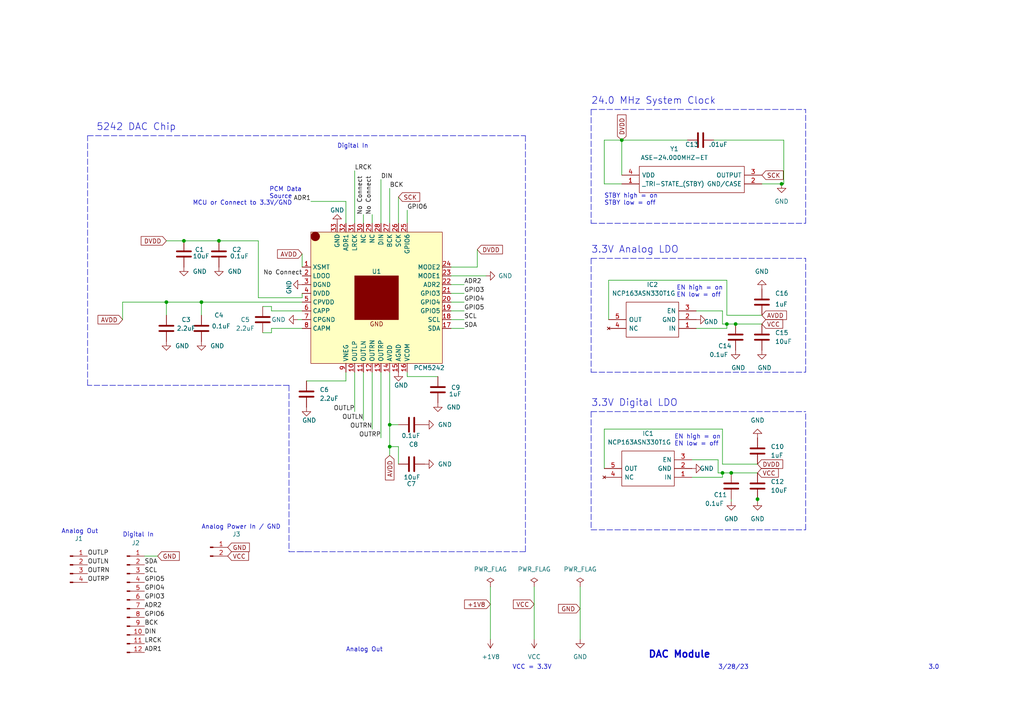
<source format=kicad_sch>
(kicad_sch (version 20211123) (generator eeschema)

  (uuid 6711fc8b-ea2f-4fa9-a3a9-7e8eec766e50)

  (paper "A4")

  (lib_symbols
    (symbol "Connector:Conn_01x02_Male" (pin_names (offset 1.016) hide) (in_bom yes) (on_board yes)
      (property "Reference" "J" (id 0) (at 0 2.54 0)
        (effects (font (size 1.27 1.27)))
      )
      (property "Value" "Conn_01x02_Male" (id 1) (at 0 -5.08 0)
        (effects (font (size 1.27 1.27)))
      )
      (property "Footprint" "" (id 2) (at 0 0 0)
        (effects (font (size 1.27 1.27)) hide)
      )
      (property "Datasheet" "~" (id 3) (at 0 0 0)
        (effects (font (size 1.27 1.27)) hide)
      )
      (property "ki_keywords" "connector" (id 4) (at 0 0 0)
        (effects (font (size 1.27 1.27)) hide)
      )
      (property "ki_description" "Generic connector, single row, 01x02, script generated (kicad-library-utils/schlib/autogen/connector/)" (id 5) (at 0 0 0)
        (effects (font (size 1.27 1.27)) hide)
      )
      (property "ki_fp_filters" "Connector*:*_1x??_*" (id 6) (at 0 0 0)
        (effects (font (size 1.27 1.27)) hide)
      )
      (symbol "Conn_01x02_Male_1_1"
        (polyline
          (pts
            (xy 1.27 -2.54)
            (xy 0.8636 -2.54)
          )
          (stroke (width 0.1524) (type default) (color 0 0 0 0))
          (fill (type none))
        )
        (polyline
          (pts
            (xy 1.27 0)
            (xy 0.8636 0)
          )
          (stroke (width 0.1524) (type default) (color 0 0 0 0))
          (fill (type none))
        )
        (rectangle (start 0.8636 -2.413) (end 0 -2.667)
          (stroke (width 0.1524) (type default) (color 0 0 0 0))
          (fill (type outline))
        )
        (rectangle (start 0.8636 0.127) (end 0 -0.127)
          (stroke (width 0.1524) (type default) (color 0 0 0 0))
          (fill (type outline))
        )
        (pin passive line (at 5.08 0 180) (length 3.81)
          (name "Pin_1" (effects (font (size 1.27 1.27))))
          (number "1" (effects (font (size 1.27 1.27))))
        )
        (pin passive line (at 5.08 -2.54 180) (length 3.81)
          (name "Pin_2" (effects (font (size 1.27 1.27))))
          (number "2" (effects (font (size 1.27 1.27))))
        )
      )
    )
    (symbol "Connector:Conn_01x04_Male" (pin_names (offset 1.016) hide) (in_bom yes) (on_board yes)
      (property "Reference" "J" (id 0) (at 0 5.08 0)
        (effects (font (size 1.27 1.27)))
      )
      (property "Value" "Conn_01x04_Male" (id 1) (at 0 -7.62 0)
        (effects (font (size 1.27 1.27)))
      )
      (property "Footprint" "" (id 2) (at 0 0 0)
        (effects (font (size 1.27 1.27)) hide)
      )
      (property "Datasheet" "~" (id 3) (at 0 0 0)
        (effects (font (size 1.27 1.27)) hide)
      )
      (property "ki_keywords" "connector" (id 4) (at 0 0 0)
        (effects (font (size 1.27 1.27)) hide)
      )
      (property "ki_description" "Generic connector, single row, 01x04, script generated (kicad-library-utils/schlib/autogen/connector/)" (id 5) (at 0 0 0)
        (effects (font (size 1.27 1.27)) hide)
      )
      (property "ki_fp_filters" "Connector*:*_1x??_*" (id 6) (at 0 0 0)
        (effects (font (size 1.27 1.27)) hide)
      )
      (symbol "Conn_01x04_Male_1_1"
        (polyline
          (pts
            (xy 1.27 -5.08)
            (xy 0.8636 -5.08)
          )
          (stroke (width 0.1524) (type default) (color 0 0 0 0))
          (fill (type none))
        )
        (polyline
          (pts
            (xy 1.27 -2.54)
            (xy 0.8636 -2.54)
          )
          (stroke (width 0.1524) (type default) (color 0 0 0 0))
          (fill (type none))
        )
        (polyline
          (pts
            (xy 1.27 0)
            (xy 0.8636 0)
          )
          (stroke (width 0.1524) (type default) (color 0 0 0 0))
          (fill (type none))
        )
        (polyline
          (pts
            (xy 1.27 2.54)
            (xy 0.8636 2.54)
          )
          (stroke (width 0.1524) (type default) (color 0 0 0 0))
          (fill (type none))
        )
        (rectangle (start 0.8636 -4.953) (end 0 -5.207)
          (stroke (width 0.1524) (type default) (color 0 0 0 0))
          (fill (type outline))
        )
        (rectangle (start 0.8636 -2.413) (end 0 -2.667)
          (stroke (width 0.1524) (type default) (color 0 0 0 0))
          (fill (type outline))
        )
        (rectangle (start 0.8636 0.127) (end 0 -0.127)
          (stroke (width 0.1524) (type default) (color 0 0 0 0))
          (fill (type outline))
        )
        (rectangle (start 0.8636 2.667) (end 0 2.413)
          (stroke (width 0.1524) (type default) (color 0 0 0 0))
          (fill (type outline))
        )
        (pin passive line (at 5.08 2.54 180) (length 3.81)
          (name "Pin_1" (effects (font (size 1.27 1.27))))
          (number "1" (effects (font (size 1.27 1.27))))
        )
        (pin passive line (at 5.08 0 180) (length 3.81)
          (name "Pin_2" (effects (font (size 1.27 1.27))))
          (number "2" (effects (font (size 1.27 1.27))))
        )
        (pin passive line (at 5.08 -2.54 180) (length 3.81)
          (name "Pin_3" (effects (font (size 1.27 1.27))))
          (number "3" (effects (font (size 1.27 1.27))))
        )
        (pin passive line (at 5.08 -5.08 180) (length 3.81)
          (name "Pin_4" (effects (font (size 1.27 1.27))))
          (number "4" (effects (font (size 1.27 1.27))))
        )
      )
    )
    (symbol "Connector:Conn_01x12_Male" (pin_names (offset 1.016) hide) (in_bom yes) (on_board yes)
      (property "Reference" "J" (id 0) (at 0 15.24 0)
        (effects (font (size 1.27 1.27)))
      )
      (property "Value" "Conn_01x12_Male" (id 1) (at 0 -17.78 0)
        (effects (font (size 1.27 1.27)))
      )
      (property "Footprint" "" (id 2) (at 0 0 0)
        (effects (font (size 1.27 1.27)) hide)
      )
      (property "Datasheet" "~" (id 3) (at 0 0 0)
        (effects (font (size 1.27 1.27)) hide)
      )
      (property "ki_keywords" "connector" (id 4) (at 0 0 0)
        (effects (font (size 1.27 1.27)) hide)
      )
      (property "ki_description" "Generic connector, single row, 01x12, script generated (kicad-library-utils/schlib/autogen/connector/)" (id 5) (at 0 0 0)
        (effects (font (size 1.27 1.27)) hide)
      )
      (property "ki_fp_filters" "Connector*:*_1x??_*" (id 6) (at 0 0 0)
        (effects (font (size 1.27 1.27)) hide)
      )
      (symbol "Conn_01x12_Male_1_1"
        (polyline
          (pts
            (xy 1.27 -15.24)
            (xy 0.8636 -15.24)
          )
          (stroke (width 0.1524) (type default) (color 0 0 0 0))
          (fill (type none))
        )
        (polyline
          (pts
            (xy 1.27 -12.7)
            (xy 0.8636 -12.7)
          )
          (stroke (width 0.1524) (type default) (color 0 0 0 0))
          (fill (type none))
        )
        (polyline
          (pts
            (xy 1.27 -10.16)
            (xy 0.8636 -10.16)
          )
          (stroke (width 0.1524) (type default) (color 0 0 0 0))
          (fill (type none))
        )
        (polyline
          (pts
            (xy 1.27 -7.62)
            (xy 0.8636 -7.62)
          )
          (stroke (width 0.1524) (type default) (color 0 0 0 0))
          (fill (type none))
        )
        (polyline
          (pts
            (xy 1.27 -5.08)
            (xy 0.8636 -5.08)
          )
          (stroke (width 0.1524) (type default) (color 0 0 0 0))
          (fill (type none))
        )
        (polyline
          (pts
            (xy 1.27 -2.54)
            (xy 0.8636 -2.54)
          )
          (stroke (width 0.1524) (type default) (color 0 0 0 0))
          (fill (type none))
        )
        (polyline
          (pts
            (xy 1.27 0)
            (xy 0.8636 0)
          )
          (stroke (width 0.1524) (type default) (color 0 0 0 0))
          (fill (type none))
        )
        (polyline
          (pts
            (xy 1.27 2.54)
            (xy 0.8636 2.54)
          )
          (stroke (width 0.1524) (type default) (color 0 0 0 0))
          (fill (type none))
        )
        (polyline
          (pts
            (xy 1.27 5.08)
            (xy 0.8636 5.08)
          )
          (stroke (width 0.1524) (type default) (color 0 0 0 0))
          (fill (type none))
        )
        (polyline
          (pts
            (xy 1.27 7.62)
            (xy 0.8636 7.62)
          )
          (stroke (width 0.1524) (type default) (color 0 0 0 0))
          (fill (type none))
        )
        (polyline
          (pts
            (xy 1.27 10.16)
            (xy 0.8636 10.16)
          )
          (stroke (width 0.1524) (type default) (color 0 0 0 0))
          (fill (type none))
        )
        (polyline
          (pts
            (xy 1.27 12.7)
            (xy 0.8636 12.7)
          )
          (stroke (width 0.1524) (type default) (color 0 0 0 0))
          (fill (type none))
        )
        (rectangle (start 0.8636 -15.113) (end 0 -15.367)
          (stroke (width 0.1524) (type default) (color 0 0 0 0))
          (fill (type outline))
        )
        (rectangle (start 0.8636 -12.573) (end 0 -12.827)
          (stroke (width 0.1524) (type default) (color 0 0 0 0))
          (fill (type outline))
        )
        (rectangle (start 0.8636 -10.033) (end 0 -10.287)
          (stroke (width 0.1524) (type default) (color 0 0 0 0))
          (fill (type outline))
        )
        (rectangle (start 0.8636 -7.493) (end 0 -7.747)
          (stroke (width 0.1524) (type default) (color 0 0 0 0))
          (fill (type outline))
        )
        (rectangle (start 0.8636 -4.953) (end 0 -5.207)
          (stroke (width 0.1524) (type default) (color 0 0 0 0))
          (fill (type outline))
        )
        (rectangle (start 0.8636 -2.413) (end 0 -2.667)
          (stroke (width 0.1524) (type default) (color 0 0 0 0))
          (fill (type outline))
        )
        (rectangle (start 0.8636 0.127) (end 0 -0.127)
          (stroke (width 0.1524) (type default) (color 0 0 0 0))
          (fill (type outline))
        )
        (rectangle (start 0.8636 2.667) (end 0 2.413)
          (stroke (width 0.1524) (type default) (color 0 0 0 0))
          (fill (type outline))
        )
        (rectangle (start 0.8636 5.207) (end 0 4.953)
          (stroke (width 0.1524) (type default) (color 0 0 0 0))
          (fill (type outline))
        )
        (rectangle (start 0.8636 7.747) (end 0 7.493)
          (stroke (width 0.1524) (type default) (color 0 0 0 0))
          (fill (type outline))
        )
        (rectangle (start 0.8636 10.287) (end 0 10.033)
          (stroke (width 0.1524) (type default) (color 0 0 0 0))
          (fill (type outline))
        )
        (rectangle (start 0.8636 12.827) (end 0 12.573)
          (stroke (width 0.1524) (type default) (color 0 0 0 0))
          (fill (type outline))
        )
        (pin passive line (at 5.08 12.7 180) (length 3.81)
          (name "Pin_1" (effects (font (size 1.27 1.27))))
          (number "1" (effects (font (size 1.27 1.27))))
        )
        (pin passive line (at 5.08 -10.16 180) (length 3.81)
          (name "Pin_10" (effects (font (size 1.27 1.27))))
          (number "10" (effects (font (size 1.27 1.27))))
        )
        (pin passive line (at 5.08 -12.7 180) (length 3.81)
          (name "Pin_11" (effects (font (size 1.27 1.27))))
          (number "11" (effects (font (size 1.27 1.27))))
        )
        (pin passive line (at 5.08 -15.24 180) (length 3.81)
          (name "Pin_12" (effects (font (size 1.27 1.27))))
          (number "12" (effects (font (size 1.27 1.27))))
        )
        (pin passive line (at 5.08 10.16 180) (length 3.81)
          (name "Pin_2" (effects (font (size 1.27 1.27))))
          (number "2" (effects (font (size 1.27 1.27))))
        )
        (pin passive line (at 5.08 7.62 180) (length 3.81)
          (name "Pin_3" (effects (font (size 1.27 1.27))))
          (number "3" (effects (font (size 1.27 1.27))))
        )
        (pin passive line (at 5.08 5.08 180) (length 3.81)
          (name "Pin_4" (effects (font (size 1.27 1.27))))
          (number "4" (effects (font (size 1.27 1.27))))
        )
        (pin passive line (at 5.08 2.54 180) (length 3.81)
          (name "Pin_5" (effects (font (size 1.27 1.27))))
          (number "5" (effects (font (size 1.27 1.27))))
        )
        (pin passive line (at 5.08 0 180) (length 3.81)
          (name "Pin_6" (effects (font (size 1.27 1.27))))
          (number "6" (effects (font (size 1.27 1.27))))
        )
        (pin passive line (at 5.08 -2.54 180) (length 3.81)
          (name "Pin_7" (effects (font (size 1.27 1.27))))
          (number "7" (effects (font (size 1.27 1.27))))
        )
        (pin passive line (at 5.08 -5.08 180) (length 3.81)
          (name "Pin_8" (effects (font (size 1.27 1.27))))
          (number "8" (effects (font (size 1.27 1.27))))
        )
        (pin passive line (at 5.08 -7.62 180) (length 3.81)
          (name "Pin_9" (effects (font (size 1.27 1.27))))
          (number "9" (effects (font (size 1.27 1.27))))
        )
      )
    )
    (symbol "Device:C" (pin_numbers hide) (pin_names (offset 0.254)) (in_bom yes) (on_board yes)
      (property "Reference" "C" (id 0) (at 0.635 2.54 0)
        (effects (font (size 1.27 1.27)) (justify left))
      )
      (property "Value" "C" (id 1) (at 0.635 -2.54 0)
        (effects (font (size 1.27 1.27)) (justify left))
      )
      (property "Footprint" "" (id 2) (at 0.9652 -3.81 0)
        (effects (font (size 1.27 1.27)) hide)
      )
      (property "Datasheet" "~" (id 3) (at 0 0 0)
        (effects (font (size 1.27 1.27)) hide)
      )
      (property "ki_keywords" "cap capacitor" (id 4) (at 0 0 0)
        (effects (font (size 1.27 1.27)) hide)
      )
      (property "ki_description" "Unpolarized capacitor" (id 5) (at 0 0 0)
        (effects (font (size 1.27 1.27)) hide)
      )
      (property "ki_fp_filters" "C_*" (id 6) (at 0 0 0)
        (effects (font (size 1.27 1.27)) hide)
      )
      (symbol "C_0_1"
        (polyline
          (pts
            (xy -2.032 -0.762)
            (xy 2.032 -0.762)
          )
          (stroke (width 0.508) (type default) (color 0 0 0 0))
          (fill (type none))
        )
        (polyline
          (pts
            (xy -2.032 0.762)
            (xy 2.032 0.762)
          )
          (stroke (width 0.508) (type default) (color 0 0 0 0))
          (fill (type none))
        )
      )
      (symbol "C_1_1"
        (pin passive line (at 0 3.81 270) (length 2.794)
          (name "~" (effects (font (size 1.27 1.27))))
          (number "1" (effects (font (size 1.27 1.27))))
        )
        (pin passive line (at 0 -3.81 90) (length 2.794)
          (name "~" (effects (font (size 1.27 1.27))))
          (number "2" (effects (font (size 1.27 1.27))))
        )
      )
    )
    (symbol "custom_lib:ASE-24.000MHZ-ET" (pin_names (offset 0.762)) (in_bom yes) (on_board yes)
      (property "Reference" "Y" (id 0) (at 46.99 7.62 0)
        (effects (font (size 1.27 1.27)) (justify left))
      )
      (property "Value" "ASE-24.000MHZ-ET" (id 1) (at 46.99 5.08 0)
        (effects (font (size 1.27 1.27)) (justify left))
      )
      (property "Footprint" "ASE24000MHZET" (id 2) (at 46.99 2.54 0)
        (effects (font (size 1.27 1.27)) (justify left) hide)
      )
      (property "Datasheet" "https://abracon.com/Oscillators/ASEseries.pdf" (id 3) (at 46.99 0 0)
        (effects (font (size 1.27 1.27)) (justify left) hide)
      )
      (property "Description" "ABRACON - ASE-24.000MHZ-ET - Oscillator, 24 MHz, 100 ppm, SMD, 3.2mm x 2.5mm, LVCMOS, 3.3 V, ASE Series" (id 4) (at 46.99 -2.54 0)
        (effects (font (size 1.27 1.27)) (justify left) hide)
      )
      (property "Height" "1.2" (id 5) (at 46.99 -5.08 0)
        (effects (font (size 1.27 1.27)) (justify left) hide)
      )
      (property "Manufacturer_Name" "ABRACON" (id 6) (at 46.99 -7.62 0)
        (effects (font (size 1.27 1.27)) (justify left) hide)
      )
      (property "Manufacturer_Part_Number" "ASE-24.000MHZ-ET" (id 7) (at 46.99 -10.16 0)
        (effects (font (size 1.27 1.27)) (justify left) hide)
      )
      (property "Mouser Part Number" "815-ASE24.000MHZET" (id 8) (at 46.99 -12.7 0)
        (effects (font (size 1.27 1.27)) (justify left) hide)
      )
      (property "Mouser Price/Stock" "https://www.mouser.co.uk/ProductDetail/ABRACON/ASE-24000MHZ-ET?qs=uDmhV2jwPRdw4GrVOJ4VTQ%3D%3D" (id 9) (at 46.99 -15.24 0)
        (effects (font (size 1.27 1.27)) (justify left) hide)
      )
      (property "Arrow Part Number" "ASE-24.000MHZ-ET" (id 10) (at 46.99 -17.78 0)
        (effects (font (size 1.27 1.27)) (justify left) hide)
      )
      (property "Arrow Price/Stock" "https://www.arrow.com/en/products/ase-24.000mhz-et/abracon" (id 11) (at 46.99 -20.32 0)
        (effects (font (size 1.27 1.27)) (justify left) hide)
      )
      (property "Mouser Testing Part Number" "" (id 12) (at 46.99 -22.86 0)
        (effects (font (size 1.27 1.27)) (justify left) hide)
      )
      (property "Mouser Testing Price/Stock" "" (id 13) (at 46.99 -25.4 0)
        (effects (font (size 1.27 1.27)) (justify left) hide)
      )
      (property "ki_description" "ABRACON - ASE-24.000MHZ-ET - Oscillator, 24 MHz, 100 ppm, SMD, 3.2mm x 2.5mm, LVCMOS, 3.3 V, ASE Series" (id 14) (at 0 0 0)
        (effects (font (size 1.27 1.27)) hide)
      )
      (symbol "ASE-24.000MHZ-ET_0_0"
        (pin passive line (at 10.16 -2.54 0) (length 5.08)
          (name "_TRI-STATE_(STBY)" (effects (font (size 1.27 1.27))))
          (number "1" (effects (font (size 1.27 1.27))))
        )
        (pin passive line (at 50.8 -2.54 180) (length 5.08)
          (name "GND/CASE" (effects (font (size 1.27 1.27))))
          (number "2" (effects (font (size 1.27 1.27))))
        )
        (pin passive line (at 50.8 0 180) (length 5.08)
          (name "OUTPUT" (effects (font (size 1.27 1.27))))
          (number "3" (effects (font (size 1.27 1.27))))
        )
        (pin passive line (at 10.16 0 0) (length 5.08)
          (name "VDD" (effects (font (size 1.27 1.27))))
          (number "4" (effects (font (size 1.27 1.27))))
        )
      )
      (symbol "ASE-24.000MHZ-ET_0_1"
        (polyline
          (pts
            (xy 15.24 2.54)
            (xy 45.72 2.54)
            (xy 45.72 -5.08)
            (xy 15.24 -5.08)
            (xy 15.24 2.54)
          )
          (stroke (width 0.1524) (type default) (color 0 0 0 0))
          (fill (type none))
        )
      )
    )
    (symbol "custom_lib:NCP163ASN330T1G" (pin_names (offset 0.762)) (in_bom yes) (on_board yes)
      (property "Reference" "IC" (id 0) (at 21.59 7.62 0)
        (effects (font (size 1.27 1.27)) (justify left))
      )
      (property "Value" "NCP163ASN330T1G" (id 1) (at 21.59 5.08 0)
        (effects (font (size 1.27 1.27)) (justify left))
      )
      (property "Footprint" "SOT95P280X145-5N" (id 2) (at 21.59 2.54 0)
        (effects (font (size 1.27 1.27)) (justify left) hide)
      )
      (property "Datasheet" "https://componentsearchengine.com/Datasheets/2/NCP163ASN330T1G.pdf" (id 3) (at 21.59 0 0)
        (effects (font (size 1.27 1.27)) (justify left) hide)
      )
      (property "Description" "ON SEMICONDUCTOR - NCP163ASN330T1G - Fixed LDO Voltage Regulator, 2.2V to 5.5V, 105mV drop, 3.3V/250mA out, SOT-23-5" (id 4) (at 21.59 -2.54 0)
        (effects (font (size 1.27 1.27)) (justify left) hide)
      )
      (property "Height" "1.45" (id 5) (at 21.59 -5.08 0)
        (effects (font (size 1.27 1.27)) (justify left) hide)
      )
      (property "Manufacturer_Name" "onsemi" (id 6) (at 21.59 -7.62 0)
        (effects (font (size 1.27 1.27)) (justify left) hide)
      )
      (property "Manufacturer_Part_Number" "NCP163ASN330T1G" (id 7) (at 21.59 -10.16 0)
        (effects (font (size 1.27 1.27)) (justify left) hide)
      )
      (property "Mouser Part Number" "863-NCP163ASN330T1G" (id 8) (at 21.59 -12.7 0)
        (effects (font (size 1.27 1.27)) (justify left) hide)
      )
      (property "Mouser Price/Stock" "https://www.mouser.co.uk/ProductDetail/onsemi/NCP163ASN330T1G?qs=vLWxofP3U2ykJIQb1%252BPKcA%3D%3D" (id 9) (at 21.59 -15.24 0)
        (effects (font (size 1.27 1.27)) (justify left) hide)
      )
      (property "Arrow Part Number" "NCP163ASN330T1G" (id 10) (at 21.59 -17.78 0)
        (effects (font (size 1.27 1.27)) (justify left) hide)
      )
      (property "Arrow Price/Stock" "https://www.arrow.com/en/products/ncp163asn330t1g/on-semiconductor?region=nac" (id 11) (at 21.59 -20.32 0)
        (effects (font (size 1.27 1.27)) (justify left) hide)
      )
      (property "Mouser Testing Part Number" "" (id 12) (at 21.59 -22.86 0)
        (effects (font (size 1.27 1.27)) (justify left) hide)
      )
      (property "Mouser Testing Price/Stock" "" (id 13) (at 21.59 -25.4 0)
        (effects (font (size 1.27 1.27)) (justify left) hide)
      )
      (property "ki_description" "ON SEMICONDUCTOR - NCP163ASN330T1G - Fixed LDO Voltage Regulator, 2.2V to 5.5V, 105mV drop, 3.3V/250mA out, SOT-23-5" (id 14) (at 0 0 0)
        (effects (font (size 1.27 1.27)) hide)
      )
      (symbol "NCP163ASN330T1G_0_0"
        (pin passive line (at 0 0 0) (length 5.08)
          (name "IN" (effects (font (size 1.27 1.27))))
          (number "1" (effects (font (size 1.27 1.27))))
        )
        (pin passive line (at 0 -2.54 0) (length 5.08)
          (name "GND" (effects (font (size 1.27 1.27))))
          (number "2" (effects (font (size 1.27 1.27))))
        )
        (pin passive line (at 0 -5.08 0) (length 5.08)
          (name "EN" (effects (font (size 1.27 1.27))))
          (number "3" (effects (font (size 1.27 1.27))))
        )
        (pin no_connect line (at 25.4 0 180) (length 5.08)
          (name "NC" (effects (font (size 1.27 1.27))))
          (number "4" (effects (font (size 1.27 1.27))))
        )
        (pin passive line (at 25.4 -2.54 180) (length 5.08)
          (name "OUT" (effects (font (size 1.27 1.27))))
          (number "5" (effects (font (size 1.27 1.27))))
        )
      )
      (symbol "NCP163ASN330T1G_0_1"
        (polyline
          (pts
            (xy 5.08 2.54)
            (xy 20.32 2.54)
            (xy 20.32 -7.62)
            (xy 5.08 -7.62)
            (xy 5.08 2.54)
          )
          (stroke (width 0.1524) (type default) (color 0 0 0 0))
          (fill (type none))
        )
      )
    )
    (symbol "custom_lib:PCM5242" (in_bom yes) (on_board yes)
      (property "Reference" "U1" (id 0) (at 11.43 -21.59 90)
        (effects (font (size 1.27 1.27)))
      )
      (property "Value" "PCM5242" (id 1) (at 11.43 -19.05 90)
        (effects (font (size 1.27 1.27)))
      )
      (property "Footprint" "custom_lib:PCM5242RHBT" (id 2) (at -5.08 0 0)
        (effects (font (size 1.27 1.27)) hide)
      )
      (property "Datasheet" "" (id 3) (at -5.08 0 0)
        (effects (font (size 1.27 1.27)) hide)
      )
      (symbol "PCM5242_0_0"
        (text "GND" (at 19.05 -26.67 0)
          (effects (font (size 1.27 1.27)))
        )
        (text "GND" (at 21.59 -24.13 0)
          (effects (font (size 1.27 1.27)))
        )
      )
      (symbol "PCM5242_0_1"
        (rectangle (start 0 0) (end 38.1 -38.1)
          (stroke (width 0) (type default) (color 0 0 0 0))
          (fill (type background))
        )
        (circle (center 1.27 -1.27) (radius 1.27)
          (stroke (width 0) (type default) (color 0 0 0 0))
          (fill (type outline))
        )
        (rectangle (start 12.7 -12.7) (end 25.4 -25.4)
          (stroke (width 0) (type default) (color 0 0 0 0))
          (fill (type outline))
        )
      )
      (symbol "PCM5242_1_1"
        (pin passive line (at -2.54 -10.16 0) (length 2.54)
          (name "XSMT" (effects (font (size 1.27 1.27))))
          (number "1" (effects (font (size 1.27 1.27))))
        )
        (pin passive line (at 12.7 -40.64 90) (length 2.54)
          (name "OUTLP" (effects (font (size 1.27 1.27))))
          (number "10" (effects (font (size 1.27 1.27))))
        )
        (pin passive line (at 15.24 -40.64 90) (length 2.54)
          (name "OUTLN" (effects (font (size 1.27 1.27))))
          (number "11" (effects (font (size 1.27 1.27))))
        )
        (pin passive line (at 17.78 -40.64 90) (length 2.54)
          (name "OUTRN" (effects (font (size 1.27 1.27))))
          (number "12" (effects (font (size 1.27 1.27))))
        )
        (pin passive line (at 20.32 -40.64 90) (length 2.54)
          (name "OUTRP" (effects (font (size 1.27 1.27))))
          (number "13" (effects (font (size 1.27 1.27))))
        )
        (pin passive line (at 22.86 -40.64 90) (length 2.54)
          (name "AVDD" (effects (font (size 1.27 1.27))))
          (number "14" (effects (font (size 1.27 1.27))))
        )
        (pin passive line (at 25.4 -40.64 90) (length 2.54)
          (name "AGND" (effects (font (size 1.27 1.27))))
          (number "15" (effects (font (size 1.27 1.27))))
        )
        (pin passive line (at 27.94 -40.64 90) (length 2.54)
          (name "VCOM" (effects (font (size 1.27 1.27))))
          (number "16" (effects (font (size 1.27 1.27))))
        )
        (pin passive line (at 40.64 -27.94 180) (length 2.54)
          (name "SDA" (effects (font (size 1.27 1.27))))
          (number "17" (effects (font (size 1.27 1.27))))
        )
        (pin passive line (at 40.64 -25.4 180) (length 2.54)
          (name "SCL" (effects (font (size 1.27 1.27))))
          (number "18" (effects (font (size 1.27 1.27))))
        )
        (pin passive line (at 40.64 -22.86 180) (length 2.54)
          (name "GPIO5" (effects (font (size 1.27 1.27))))
          (number "19" (effects (font (size 1.27 1.27))))
        )
        (pin passive line (at -2.54 -12.7 0) (length 2.54)
          (name "LDOO" (effects (font (size 1.27 1.27))))
          (number "2" (effects (font (size 1.27 1.27))))
        )
        (pin passive line (at 40.64 -20.32 180) (length 2.54)
          (name "GPIO4" (effects (font (size 1.27 1.27))))
          (number "20" (effects (font (size 1.27 1.27))))
        )
        (pin passive line (at 40.64 -17.78 180) (length 2.54)
          (name "GPIO3" (effects (font (size 1.27 1.27))))
          (number "21" (effects (font (size 1.27 1.27))))
        )
        (pin passive line (at 40.64 -15.24 180) (length 2.54)
          (name "ADR2" (effects (font (size 1.27 1.27))))
          (number "22" (effects (font (size 1.27 1.27))))
        )
        (pin passive line (at 40.64 -12.7 180) (length 2.54)
          (name "MODE1" (effects (font (size 1.27 1.27))))
          (number "23" (effects (font (size 1.27 1.27))))
        )
        (pin passive line (at 40.64 -10.16 180) (length 2.54)
          (name "MODE2" (effects (font (size 1.27 1.27))))
          (number "24" (effects (font (size 1.27 1.27))))
        )
        (pin passive line (at 27.94 2.54 270) (length 2.54)
          (name "GPIO6" (effects (font (size 1.27 1.27))))
          (number "25" (effects (font (size 1.27 1.27))))
        )
        (pin passive line (at 25.4 2.54 270) (length 2.54)
          (name "SCK" (effects (font (size 1.27 1.27))))
          (number "26" (effects (font (size 1.27 1.27))))
        )
        (pin passive line (at 22.86 2.54 270) (length 2.54)
          (name "BCK" (effects (font (size 1.27 1.27))))
          (number "27" (effects (font (size 1.27 1.27))))
        )
        (pin passive line (at 20.32 2.54 270) (length 2.54)
          (name "DIN" (effects (font (size 1.27 1.27))))
          (number "28" (effects (font (size 1.27 1.27))))
        )
        (pin passive line (at 17.78 2.54 270) (length 2.54)
          (name "NC" (effects (font (size 1.27 1.27))))
          (number "29" (effects (font (size 1.27 1.27))))
        )
        (pin passive line (at -2.54 -15.24 0) (length 2.54)
          (name "DGND" (effects (font (size 1.27 1.27))))
          (number "3" (effects (font (size 1.27 1.27))))
        )
        (pin passive line (at 15.24 2.54 270) (length 2.54)
          (name "NC" (effects (font (size 1.27 1.27))))
          (number "30" (effects (font (size 1.27 1.27))))
        )
        (pin passive line (at 12.7 2.54 270) (length 2.54)
          (name "LRCK" (effects (font (size 1.27 1.27))))
          (number "31" (effects (font (size 1.27 1.27))))
        )
        (pin passive line (at 10.16 2.54 270) (length 2.54)
          (name "ADR1" (effects (font (size 1.27 1.27))))
          (number "32" (effects (font (size 1.27 1.27))))
        )
        (pin passive line (at 7.62 2.54 270) (length 2.54)
          (name "GND" (effects (font (size 1.27 1.27))))
          (number "33" (effects (font (size 1.27 1.27))))
        )
        (pin passive line (at -2.54 -17.78 0) (length 2.54)
          (name "DVDD" (effects (font (size 1.27 1.27))))
          (number "4" (effects (font (size 1.27 1.27))))
        )
        (pin passive line (at -2.54 -20.32 0) (length 2.54)
          (name "CPVDD" (effects (font (size 1.27 1.27))))
          (number "5" (effects (font (size 1.27 1.27))))
        )
        (pin passive line (at -2.54 -22.86 0) (length 2.54)
          (name "CAPP" (effects (font (size 1.27 1.27))))
          (number "6" (effects (font (size 1.27 1.27))))
        )
        (pin passive line (at -2.54 -25.4 0) (length 2.54)
          (name "CPGND" (effects (font (size 1.27 1.27))))
          (number "7" (effects (font (size 1.27 1.27))))
        )
        (pin passive line (at -2.54 -27.94 0) (length 2.54)
          (name "CAPM" (effects (font (size 1.27 1.27))))
          (number "8" (effects (font (size 1.27 1.27))))
        )
        (pin passive line (at 10.16 -40.64 90) (length 2.54)
          (name "VNEG" (effects (font (size 1.27 1.27))))
          (number "9" (effects (font (size 1.27 1.27))))
        )
      )
    )
    (symbol "power:+1V8" (power) (pin_names (offset 0)) (in_bom yes) (on_board yes)
      (property "Reference" "#PWR" (id 0) (at 0 -3.81 0)
        (effects (font (size 1.27 1.27)) hide)
      )
      (property "Value" "+1V8" (id 1) (at 0 3.556 0)
        (effects (font (size 1.27 1.27)))
      )
      (property "Footprint" "" (id 2) (at 0 0 0)
        (effects (font (size 1.27 1.27)) hide)
      )
      (property "Datasheet" "" (id 3) (at 0 0 0)
        (effects (font (size 1.27 1.27)) hide)
      )
      (property "ki_keywords" "global power" (id 4) (at 0 0 0)
        (effects (font (size 1.27 1.27)) hide)
      )
      (property "ki_description" "Power symbol creates a global label with name \"+1V8\"" (id 5) (at 0 0 0)
        (effects (font (size 1.27 1.27)) hide)
      )
      (symbol "+1V8_0_1"
        (polyline
          (pts
            (xy -0.762 1.27)
            (xy 0 2.54)
          )
          (stroke (width 0) (type default) (color 0 0 0 0))
          (fill (type none))
        )
        (polyline
          (pts
            (xy 0 0)
            (xy 0 2.54)
          )
          (stroke (width 0) (type default) (color 0 0 0 0))
          (fill (type none))
        )
        (polyline
          (pts
            (xy 0 2.54)
            (xy 0.762 1.27)
          )
          (stroke (width 0) (type default) (color 0 0 0 0))
          (fill (type none))
        )
      )
      (symbol "+1V8_1_1"
        (pin power_in line (at 0 0 90) (length 0) hide
          (name "+1V8" (effects (font (size 1.27 1.27))))
          (number "1" (effects (font (size 1.27 1.27))))
        )
      )
    )
    (symbol "power:GND" (power) (pin_names (offset 0)) (in_bom yes) (on_board yes)
      (property "Reference" "#PWR" (id 0) (at 0 -6.35 0)
        (effects (font (size 1.27 1.27)) hide)
      )
      (property "Value" "GND" (id 1) (at 0 -3.81 0)
        (effects (font (size 1.27 1.27)))
      )
      (property "Footprint" "" (id 2) (at 0 0 0)
        (effects (font (size 1.27 1.27)) hide)
      )
      (property "Datasheet" "" (id 3) (at 0 0 0)
        (effects (font (size 1.27 1.27)) hide)
      )
      (property "ki_keywords" "global power" (id 4) (at 0 0 0)
        (effects (font (size 1.27 1.27)) hide)
      )
      (property "ki_description" "Power symbol creates a global label with name \"GND\" , ground" (id 5) (at 0 0 0)
        (effects (font (size 1.27 1.27)) hide)
      )
      (symbol "GND_0_1"
        (polyline
          (pts
            (xy 0 0)
            (xy 0 -1.27)
            (xy 1.27 -1.27)
            (xy 0 -2.54)
            (xy -1.27 -1.27)
            (xy 0 -1.27)
          )
          (stroke (width 0) (type default) (color 0 0 0 0))
          (fill (type none))
        )
      )
      (symbol "GND_1_1"
        (pin power_in line (at 0 0 270) (length 0) hide
          (name "GND" (effects (font (size 1.27 1.27))))
          (number "1" (effects (font (size 1.27 1.27))))
        )
      )
    )
    (symbol "power:PWR_FLAG" (power) (pin_numbers hide) (pin_names (offset 0) hide) (in_bom yes) (on_board yes)
      (property "Reference" "#FLG" (id 0) (at 0 1.905 0)
        (effects (font (size 1.27 1.27)) hide)
      )
      (property "Value" "PWR_FLAG" (id 1) (at 0 3.81 0)
        (effects (font (size 1.27 1.27)))
      )
      (property "Footprint" "" (id 2) (at 0 0 0)
        (effects (font (size 1.27 1.27)) hide)
      )
      (property "Datasheet" "~" (id 3) (at 0 0 0)
        (effects (font (size 1.27 1.27)) hide)
      )
      (property "ki_keywords" "flag power" (id 4) (at 0 0 0)
        (effects (font (size 1.27 1.27)) hide)
      )
      (property "ki_description" "Special symbol for telling ERC where power comes from" (id 5) (at 0 0 0)
        (effects (font (size 1.27 1.27)) hide)
      )
      (symbol "PWR_FLAG_0_0"
        (pin power_out line (at 0 0 90) (length 0)
          (name "pwr" (effects (font (size 1.27 1.27))))
          (number "1" (effects (font (size 1.27 1.27))))
        )
      )
      (symbol "PWR_FLAG_0_1"
        (polyline
          (pts
            (xy 0 0)
            (xy 0 1.27)
            (xy -1.016 1.905)
            (xy 0 2.54)
            (xy 1.016 1.905)
            (xy 0 1.27)
          )
          (stroke (width 0) (type default) (color 0 0 0 0))
          (fill (type none))
        )
      )
    )
    (symbol "power:VCC" (power) (pin_names (offset 0)) (in_bom yes) (on_board yes)
      (property "Reference" "#PWR" (id 0) (at 0 -3.81 0)
        (effects (font (size 1.27 1.27)) hide)
      )
      (property "Value" "VCC" (id 1) (at 0 3.81 0)
        (effects (font (size 1.27 1.27)))
      )
      (property "Footprint" "" (id 2) (at 0 0 0)
        (effects (font (size 1.27 1.27)) hide)
      )
      (property "Datasheet" "" (id 3) (at 0 0 0)
        (effects (font (size 1.27 1.27)) hide)
      )
      (property "ki_keywords" "global power" (id 4) (at 0 0 0)
        (effects (font (size 1.27 1.27)) hide)
      )
      (property "ki_description" "Power symbol creates a global label with name \"VCC\"" (id 5) (at 0 0 0)
        (effects (font (size 1.27 1.27)) hide)
      )
      (symbol "VCC_0_1"
        (polyline
          (pts
            (xy -0.762 1.27)
            (xy 0 2.54)
          )
          (stroke (width 0) (type default) (color 0 0 0 0))
          (fill (type none))
        )
        (polyline
          (pts
            (xy 0 0)
            (xy 0 2.54)
          )
          (stroke (width 0) (type default) (color 0 0 0 0))
          (fill (type none))
        )
        (polyline
          (pts
            (xy 0 2.54)
            (xy 0.762 1.27)
          )
          (stroke (width 0) (type default) (color 0 0 0 0))
          (fill (type none))
        )
      )
      (symbol "VCC_1_1"
        (pin power_in line (at 0 0 90) (length 0) hide
          (name "VCC" (effects (font (size 1.27 1.27))))
          (number "1" (effects (font (size 1.27 1.27))))
        )
      )
    )
  )

  (junction (at 180.34 40.64) (diameter 0) (color 0 0 0 0)
    (uuid 045b7bbe-10cc-43e6-81a8-7ce6d106e381)
  )
  (junction (at 226.695 53.34) (diameter 0) (color 0 0 0 0)
    (uuid 1d469067-bd68-4fc6-a018-769fe8480e8e)
  )
  (junction (at 58.42 87.63) (diameter 0) (color 0 0 0 0)
    (uuid 2ca3b83d-2664-4631-af73-dce90b7911df)
  )
  (junction (at 63.5 69.85) (diameter 0) (color 0 0 0 0)
    (uuid 2fc216d9-914c-4fc0-93be-168da2c8d61e)
  )
  (junction (at 213.36 93.98) (diameter 0) (color 0 0 0 0)
    (uuid 3cfbff36-c358-4a2c-829c-11d2d6f64767)
  )
  (junction (at 53.34 69.85) (diameter 0) (color 0 0 0 0)
    (uuid 63666704-1017-49b4-89a9-f398f5598c5f)
  )
  (junction (at 210.82 93.98) (diameter 0) (color 0 0 0 0)
    (uuid 67519a2f-eeb5-436f-b9a0-57d21a9ce307)
  )
  (junction (at 113.03 129.54) (diameter 0) (color 0 0 0 0)
    (uuid 68814070-30a3-42b7-acee-2a3a6ad3258c)
  )
  (junction (at 212.09 137.16) (diameter 0) (color 0 0 0 0)
    (uuid 73904d22-0eef-4429-a0c3-23b4b0a84b79)
  )
  (junction (at 219.71 144.78) (diameter 0) (color 0 0 0 0)
    (uuid b12f150f-9050-4599-8cb4-11ed7d486ad8)
  )
  (junction (at 48.26 87.63) (diameter 0) (color 0 0 0 0)
    (uuid c9d012b7-48a3-4bd0-bccd-281196754cdf)
  )
  (junction (at 113.03 123.19) (diameter 0) (color 0 0 0 0)
    (uuid d18bc8c6-1bb8-4f0b-b351-3f2fc5f65c5b)
  )
  (junction (at 209.55 137.16) (diameter 0) (color 0 0 0 0)
    (uuid e3335118-7f50-4839-968d-47e52fd153af)
  )

  (polyline (pts (xy 171.45 64.77) (xy 233.68 64.77))
    (stroke (width 0) (type default) (color 0 0 0 0))
    (uuid 00cb9cd1-be5c-4ecc-b9e2-e343cfceb542)
  )
  (polyline (pts (xy 25.4 39.37) (xy 152.4 39.37))
    (stroke (width 0) (type default) (color 0 0 0 0))
    (uuid 03c2a7d7-5611-4221-88d0-1d4a4d84912d)
  )

  (wire (pts (xy 130.81 87.63) (xy 134.62 87.63))
    (stroke (width 0) (type default) (color 0 0 0 0))
    (uuid 0c3c8b4a-6826-4672-b7d6-ca7348bb1d02)
  )
  (wire (pts (xy 212.09 145.415) (xy 212.09 144.78))
    (stroke (width 0) (type default) (color 0 0 0 0))
    (uuid 0c53b9df-e512-4705-8995-936dca22fade)
  )
  (wire (pts (xy 110.49 107.95) (xy 110.49 127))
    (stroke (width 0) (type default) (color 0 0 0 0))
    (uuid 0da62b68-c012-48e7-ad57-3314084a8178)
  )
  (wire (pts (xy 168.275 170.18) (xy 168.275 185.42))
    (stroke (width 0) (type default) (color 0 0 0 0))
    (uuid 0e8be931-18fa-4185-ae68-4a650bec3f21)
  )
  (wire (pts (xy 227.33 53.34) (xy 226.695 53.34))
    (stroke (width 0) (type default) (color 0 0 0 0))
    (uuid 108b6535-d741-4c90-b02a-8d05a9c720ca)
  )
  (wire (pts (xy 175.26 135.89) (xy 175.26 124.46))
    (stroke (width 0) (type default) (color 0 0 0 0))
    (uuid 1b9e3754-d71d-4d7a-80e1-7dd0af9e943e)
  )
  (wire (pts (xy 113.03 54.61) (xy 113.03 64.77))
    (stroke (width 0) (type default) (color 0 0 0 0))
    (uuid 1c4485dc-0ee6-4437-b338-f76c0180cac7)
  )
  (wire (pts (xy 118.11 109.22) (xy 118.11 107.95))
    (stroke (width 0) (type default) (color 0 0 0 0))
    (uuid 1f916c16-4e60-4242-9cff-dbacd08d4f02)
  )
  (wire (pts (xy 210.82 93.98) (xy 213.36 93.98))
    (stroke (width 0) (type default) (color 0 0 0 0))
    (uuid 2414233c-2519-4571-9a30-c917c45446b3)
  )
  (polyline (pts (xy 233.68 107.95) (xy 233.68 74.93))
    (stroke (width 0) (type default) (color 0 0 0 0))
    (uuid 2a4fbfbe-ee50-47a3-95b2-d3784c727562)
  )

  (wire (pts (xy 86.36 92.71) (xy 87.63 92.71))
    (stroke (width 0) (type default) (color 0 0 0 0))
    (uuid 2cc936d4-74db-4d2d-a556-0f29753c7e28)
  )
  (wire (pts (xy 209.55 137.16) (xy 212.09 137.16))
    (stroke (width 0) (type default) (color 0 0 0 0))
    (uuid 30a518a9-dd34-4988-9a5f-648d74d1f2f3)
  )
  (wire (pts (xy 113.03 129.54) (xy 113.03 123.19))
    (stroke (width 0) (type default) (color 0 0 0 0))
    (uuid 32425da5-1f4c-49ae-8812-a52675279be6)
  )
  (wire (pts (xy 227.33 40.64) (xy 227.33 53.34))
    (stroke (width 0) (type default) (color 0 0 0 0))
    (uuid 351ce3b1-c1eb-4c32-b054-d24ea6bbea56)
  )
  (wire (pts (xy 107.95 107.95) (xy 107.95 124.46))
    (stroke (width 0) (type default) (color 0 0 0 0))
    (uuid 3a21243b-be30-410c-9e84-b5fee9c72ef7)
  )
  (wire (pts (xy 134.62 82.55) (xy 130.81 82.55))
    (stroke (width 0) (type default) (color 0 0 0 0))
    (uuid 3c7379d1-ded3-4827-b58f-897730bc23b1)
  )
  (wire (pts (xy 200.66 138.43) (xy 209.55 138.43))
    (stroke (width 0) (type default) (color 0 0 0 0))
    (uuid 3cd7c213-4f3e-4bfd-9182-04781de6beb5)
  )
  (wire (pts (xy 175.26 40.64) (xy 180.34 40.64))
    (stroke (width 0) (type default) (color 0 0 0 0))
    (uuid 3f16e011-6790-4fba-a49a-bf75d003928f)
  )
  (wire (pts (xy 78.74 95.25) (xy 78.74 96.52))
    (stroke (width 0) (type default) (color 0 0 0 0))
    (uuid 4240853a-dff6-43fc-a7d3-8a7497273865)
  )
  (polyline (pts (xy 171.45 74.93) (xy 233.68 74.93))
    (stroke (width 0) (type default) (color 0 0 0 0))
    (uuid 4353d0f6-2441-475a-b674-fb3928243dc7)
  )

  (wire (pts (xy 78.74 96.52) (xy 76.2 96.52))
    (stroke (width 0) (type default) (color 0 0 0 0))
    (uuid 447ceb1e-7108-4892-ba70-923dd8adc406)
  )
  (wire (pts (xy 210.82 81.28) (xy 210.82 91.44))
    (stroke (width 0) (type default) (color 0 0 0 0))
    (uuid 4c2ce04c-a6d3-4948-8854-e6c43d5cef9b)
  )
  (wire (pts (xy 142.24 170.18) (xy 142.24 185.42))
    (stroke (width 0) (type default) (color 0 0 0 0))
    (uuid 585c04ad-5e8a-41fc-b0a7-03dfde92b6cf)
  )
  (wire (pts (xy 140.97 80.01) (xy 130.81 80.01))
    (stroke (width 0) (type default) (color 0 0 0 0))
    (uuid 58da7a4b-49f3-4a4b-a62f-7f5a7bc242a5)
  )
  (polyline (pts (xy 83.82 160.02) (xy 88.9 160.02))
    (stroke (width 0) (type default) (color 0 0 0 0))
    (uuid 5915a3b4-f724-444d-8342-29b142f3b6ab)
  )

  (wire (pts (xy 100.33 64.77) (xy 100.33 58.42))
    (stroke (width 0) (type default) (color 0 0 0 0))
    (uuid 5a88b1f5-581a-4d4c-b498-e7d3a3f8a990)
  )
  (wire (pts (xy 78.74 88.9) (xy 76.2 88.9))
    (stroke (width 0) (type default) (color 0 0 0 0))
    (uuid 5b08f152-5eff-49dd-9625-c0e4aeffbcfe)
  )
  (wire (pts (xy 87.63 86.36) (xy 74.93 86.36))
    (stroke (width 0) (type default) (color 0 0 0 0))
    (uuid 5bfa79fa-95b4-4903-bef0-b951225e654d)
  )
  (wire (pts (xy 201.93 90.17) (xy 209.55 90.17))
    (stroke (width 0) (type default) (color 0 0 0 0))
    (uuid 5d4281e4-414c-453f-9e1e-302b97fa2409)
  )
  (wire (pts (xy 74.93 69.85) (xy 74.93 86.36))
    (stroke (width 0) (type default) (color 0 0 0 0))
    (uuid 5e7065ac-ac45-4b2b-a7d0-2f481a42d110)
  )
  (wire (pts (xy 100.33 110.49) (xy 88.9 110.49))
    (stroke (width 0) (type default) (color 0 0 0 0))
    (uuid 5f595e8d-4d39-4c43-8db8-2afd12c0bf9f)
  )
  (wire (pts (xy 209.55 90.17) (xy 209.55 93.98))
    (stroke (width 0) (type default) (color 0 0 0 0))
    (uuid 6a32a03f-59b6-41b9-906a-0fd036fe1f7c)
  )
  (wire (pts (xy 107.95 62.23) (xy 107.95 64.77))
    (stroke (width 0) (type default) (color 0 0 0 0))
    (uuid 6b2362bd-c227-42bb-8504-d01e20b6a2ea)
  )
  (wire (pts (xy 113.03 132.08) (xy 113.03 129.54))
    (stroke (width 0) (type default) (color 0 0 0 0))
    (uuid 6b76374e-dcf6-4011-9048-503e5e1a41fe)
  )
  (polyline (pts (xy 171.45 31.75) (xy 233.68 31.75))
    (stroke (width 0) (type default) (color 0 0 0 0))
    (uuid 6d4a2af3-d494-4636-bbf9-e6242ce6046e)
  )
  (polyline (pts (xy 152.4 160.02) (xy 127 160.02))
    (stroke (width 0) (type default) (color 0 0 0 0))
    (uuid 722bcc7c-d14e-4bfd-bb9e-a16a2079f475)
  )

  (wire (pts (xy 154.94 170.18) (xy 154.94 185.42))
    (stroke (width 0) (type default) (color 0 0 0 0))
    (uuid 72d553e3-53bb-4834-bad9-80f0b8d327dc)
  )
  (polyline (pts (xy 171.45 153.67) (xy 233.68 153.67))
    (stroke (width 0) (type default) (color 0 0 0 0))
    (uuid 73b9da0e-f28e-43a9-84ef-b0c2f45db00c)
  )

  (wire (pts (xy 208.28 133.35) (xy 208.28 137.16))
    (stroke (width 0) (type default) (color 0 0 0 0))
    (uuid 760dc912-7505-4f18-a520-597d9f0ba99a)
  )
  (wire (pts (xy 213.36 93.98) (xy 220.98 93.98))
    (stroke (width 0) (type default) (color 0 0 0 0))
    (uuid 776228e2-6b43-4c2e-822a-74bda602762b)
  )
  (wire (pts (xy 113.03 123.19) (xy 115.57 123.19))
    (stroke (width 0) (type default) (color 0 0 0 0))
    (uuid 7807d67d-6cce-40cc-bc8d-c03099af93e8)
  )
  (wire (pts (xy 35.56 87.63) (xy 48.26 87.63))
    (stroke (width 0) (type default) (color 0 0 0 0))
    (uuid 792fc2b0-7d78-4e8f-9e02-8b570551204f)
  )
  (wire (pts (xy 110.49 52.07) (xy 110.49 64.77))
    (stroke (width 0) (type default) (color 0 0 0 0))
    (uuid 7a2cce48-a083-45b4-8f54-4679c5bec09a)
  )
  (wire (pts (xy 209.55 124.46) (xy 209.55 134.62))
    (stroke (width 0) (type default) (color 0 0 0 0))
    (uuid 7c1852ff-aec3-48cd-b6c3-3894fd027c33)
  )
  (wire (pts (xy 53.34 69.85) (xy 63.5 69.85))
    (stroke (width 0) (type default) (color 0 0 0 0))
    (uuid 7dd4a10a-688f-4f65-88c7-6fffe8377593)
  )
  (wire (pts (xy 208.28 137.16) (xy 209.55 137.16))
    (stroke (width 0) (type default) (color 0 0 0 0))
    (uuid 7e0fca97-c9a6-4de1-98fc-62f68f671501)
  )
  (wire (pts (xy 115.57 129.54) (xy 113.03 129.54))
    (stroke (width 0) (type default) (color 0 0 0 0))
    (uuid 7fd241cb-66cc-4b3d-b48c-c153da37bf75)
  )
  (wire (pts (xy 176.53 92.71) (xy 176.53 81.28))
    (stroke (width 0) (type default) (color 0 0 0 0))
    (uuid 8524c564-e166-4caf-90c7-350ea18fea81)
  )
  (wire (pts (xy 176.53 81.28) (xy 210.82 81.28))
    (stroke (width 0) (type default) (color 0 0 0 0))
    (uuid 87002f84-3118-41b4-b6e3-3de99e8dd660)
  )
  (wire (pts (xy 138.43 77.47) (xy 138.43 72.39))
    (stroke (width 0) (type default) (color 0 0 0 0))
    (uuid 888b53e7-c772-469e-bfe5-7600476e0bbf)
  )
  (wire (pts (xy 207.01 40.64) (xy 227.33 40.64))
    (stroke (width 0) (type default) (color 0 0 0 0))
    (uuid 8a213b0e-df7f-4743-a9d9-157ef6fecc3c)
  )
  (wire (pts (xy 105.41 62.23) (xy 105.41 64.77))
    (stroke (width 0) (type default) (color 0 0 0 0))
    (uuid 8e3bb2de-1278-49d8-87be-c2cf0fd790bf)
  )
  (polyline (pts (xy 171.45 74.93) (xy 171.45 107.95))
    (stroke (width 0) (type default) (color 0 0 0 0))
    (uuid 91230ae0-c9bc-41de-b96c-fe57bb0cc986)
  )

  (wire (pts (xy 102.87 107.95) (xy 102.87 119.38))
    (stroke (width 0) (type default) (color 0 0 0 0))
    (uuid 951a2386-0e2a-44ed-8ffa-5626321044e1)
  )
  (wire (pts (xy 180.34 53.34) (xy 175.26 53.34))
    (stroke (width 0) (type default) (color 0 0 0 0))
    (uuid 9674b7ac-0f2e-4d32-ba87-6e75ed551da2)
  )
  (wire (pts (xy 87.63 73.66) (xy 87.63 77.47))
    (stroke (width 0) (type default) (color 0 0 0 0))
    (uuid 987a608e-5de4-4495-95c3-9896337444de)
  )
  (wire (pts (xy 209.55 138.43) (xy 209.55 137.16))
    (stroke (width 0) (type default) (color 0 0 0 0))
    (uuid 98e18712-ce02-4953-83ac-b22d6c4b5d84)
  )
  (wire (pts (xy 219.71 144.145) (xy 219.71 144.78))
    (stroke (width 0) (type default) (color 0 0 0 0))
    (uuid 9940b3cf-67c6-4785-8bdc-88aaa8953ef8)
  )
  (wire (pts (xy 200.66 133.35) (xy 208.28 133.35))
    (stroke (width 0) (type default) (color 0 0 0 0))
    (uuid 9a7fd030-6cae-499b-b177-fdd4a8c14bfe)
  )
  (polyline (pts (xy 171.45 107.95) (xy 233.68 107.95))
    (stroke (width 0) (type default) (color 0 0 0 0))
    (uuid 9c3bc920-fa03-4f58-8531-e5afa19a0598)
  )
  (polyline (pts (xy 233.68 153.67) (xy 233.68 119.38))
    (stroke (width 0) (type default) (color 0 0 0 0))
    (uuid a1943d01-16d8-4506-8985-1559b5cf8449)
  )

  (wire (pts (xy 180.34 40.64) (xy 199.39 40.64))
    (stroke (width 0) (type default) (color 0 0 0 0))
    (uuid a5559f0c-3b40-46a0-9fdc-2ac011687b2a)
  )
  (polyline (pts (xy 171.45 119.38) (xy 233.68 119.38))
    (stroke (width 0) (type default) (color 0 0 0 0))
    (uuid a6797a6e-e624-4380-b7be-8ee471d47a26)
  )

  (wire (pts (xy 102.87 49.53) (xy 102.87 64.77))
    (stroke (width 0) (type default) (color 0 0 0 0))
    (uuid a76a14bb-c672-467f-b61f-ae186eb93a79)
  )
  (wire (pts (xy 48.26 87.63) (xy 58.42 87.63))
    (stroke (width 0) (type default) (color 0 0 0 0))
    (uuid a95913e5-95f2-41da-8e9c-9604cf3d19d3)
  )
  (polyline (pts (xy 171.45 119.38) (xy 171.45 153.67))
    (stroke (width 0) (type default) (color 0 0 0 0))
    (uuid ad648403-873a-4128-bcc0-243c3bc9bd8c)
  )
  (polyline (pts (xy 83.82 111.76) (xy 83.82 160.02))
    (stroke (width 0) (type default) (color 0 0 0 0))
    (uuid b1737843-7e25-4c4f-bad8-f9f7ce64539c)
  )

  (wire (pts (xy 48.26 91.44) (xy 48.26 87.63))
    (stroke (width 0) (type default) (color 0 0 0 0))
    (uuid b178582c-cd1c-4ec6-b34c-52a61ba5a59c)
  )
  (wire (pts (xy 87.63 86.36) (xy 87.63 85.09))
    (stroke (width 0) (type default) (color 0 0 0 0))
    (uuid b1e63aa5-a4dd-45fe-be73-338414a14d22)
  )
  (wire (pts (xy 130.81 77.47) (xy 138.43 77.47))
    (stroke (width 0) (type default) (color 0 0 0 0))
    (uuid b3f7fca8-4aca-40c9-8375-f17939cc4a3d)
  )
  (wire (pts (xy 105.41 107.95) (xy 105.41 121.92))
    (stroke (width 0) (type default) (color 0 0 0 0))
    (uuid b4e39513-56e2-425b-a13d-299e3c06c3fc)
  )
  (wire (pts (xy 219.71 144.78) (xy 219.71 145.415))
    (stroke (width 0) (type default) (color 0 0 0 0))
    (uuid b95c6ff7-7ae7-423e-aa31-fad9b23c26c7)
  )
  (polyline (pts (xy 127 160.02) (xy 86.36 160.02))
    (stroke (width 0) (type default) (color 0 0 0 0))
    (uuid bbae5c13-6fd9-485a-b312-8533d3f46172)
  )

  (wire (pts (xy 201.93 95.25) (xy 210.82 95.25))
    (stroke (width 0) (type default) (color 0 0 0 0))
    (uuid beae15c9-d617-4006-9ae0-52918a0b649d)
  )
  (wire (pts (xy 209.55 134.62) (xy 219.71 134.62))
    (stroke (width 0) (type default) (color 0 0 0 0))
    (uuid c0cde4e9-94ff-4cc8-9fb8-6e3512a792b9)
  )
  (wire (pts (xy 118.11 60.96) (xy 118.11 64.77))
    (stroke (width 0) (type default) (color 0 0 0 0))
    (uuid c2e9ae9c-f841-46b7-874d-435afe3db2cd)
  )
  (wire (pts (xy 115.57 134.62) (xy 115.57 129.54))
    (stroke (width 0) (type default) (color 0 0 0 0))
    (uuid c3d49322-f343-4c76-9e8c-fe9a5f9b21a7)
  )
  (wire (pts (xy 118.11 109.22) (xy 127 109.22))
    (stroke (width 0) (type default) (color 0 0 0 0))
    (uuid c43e23ca-de22-40e6-be82-2760feb0da9a)
  )
  (wire (pts (xy 87.63 90.17) (xy 78.74 90.17))
    (stroke (width 0) (type default) (color 0 0 0 0))
    (uuid c56150ec-9adb-4d92-9892-fceb2e4211c8)
  )
  (wire (pts (xy 87.63 95.25) (xy 78.74 95.25))
    (stroke (width 0) (type default) (color 0 0 0 0))
    (uuid c59f4333-ebee-4afc-bd23-f45fa3f7327b)
  )
  (wire (pts (xy 226.695 53.34) (xy 220.98 53.34))
    (stroke (width 0) (type default) (color 0 0 0 0))
    (uuid c60a0713-d3fb-4854-a3fd-afc0c6b6e62f)
  )
  (polyline (pts (xy 25.4 111.76) (xy 25.4 39.37))
    (stroke (width 0) (type default) (color 0 0 0 0))
    (uuid cb42eab5-cb63-4ce7-992c-1c98a2e59cf7)
  )

  (wire (pts (xy 90.17 58.42) (xy 100.33 58.42))
    (stroke (width 0) (type default) (color 0 0 0 0))
    (uuid cc7fccad-f61a-4924-8493-8f3079d673a2)
  )
  (wire (pts (xy 134.62 95.25) (xy 130.81 95.25))
    (stroke (width 0) (type default) (color 0 0 0 0))
    (uuid cf70f85a-9cb9-4b5b-8c12-60e1dd0c3f67)
  )
  (polyline (pts (xy 233.68 64.77) (xy 233.68 31.75))
    (stroke (width 0) (type default) (color 0 0 0 0))
    (uuid d24e6c3f-33b0-4f98-a1fd-4025c230f4a0)
  )

  (wire (pts (xy 134.62 92.71) (xy 130.81 92.71))
    (stroke (width 0) (type default) (color 0 0 0 0))
    (uuid d25aca4c-5d2e-42ad-b115-9a5bfd84a55a)
  )
  (wire (pts (xy 210.82 91.44) (xy 220.98 91.44))
    (stroke (width 0) (type default) (color 0 0 0 0))
    (uuid d309f93b-fc52-4b9a-93a9-d37d2c93ba7e)
  )
  (wire (pts (xy 210.82 95.25) (xy 210.82 93.98))
    (stroke (width 0) (type default) (color 0 0 0 0))
    (uuid d359db76-ebb9-4a42-9063-5601ceb85fbc)
  )
  (wire (pts (xy 35.56 92.71) (xy 35.56 87.63))
    (stroke (width 0) (type default) (color 0 0 0 0))
    (uuid d488f0e8-2277-4f70-a655-5ae5d6df6836)
  )
  (wire (pts (xy 212.09 137.16) (xy 219.71 137.16))
    (stroke (width 0) (type default) (color 0 0 0 0))
    (uuid d5da9d12-220e-4153-b0a4-b7e1148511b1)
  )
  (wire (pts (xy 115.57 57.15) (xy 115.57 64.77))
    (stroke (width 0) (type default) (color 0 0 0 0))
    (uuid d67a6c6e-448d-44ad-a824-cca50d6306f5)
  )
  (wire (pts (xy 100.33 107.95) (xy 100.33 110.49))
    (stroke (width 0) (type default) (color 0 0 0 0))
    (uuid d767ad22-b5f3-4dc9-9db3-42449a6e6836)
  )
  (wire (pts (xy 175.26 124.46) (xy 209.55 124.46))
    (stroke (width 0) (type default) (color 0 0 0 0))
    (uuid d8b2f930-7176-451a-9248-80d7a60e75b5)
  )
  (wire (pts (xy 134.62 85.09) (xy 130.81 85.09))
    (stroke (width 0) (type default) (color 0 0 0 0))
    (uuid da7debda-398e-432d-8952-6b5e7af46b1b)
  )
  (polyline (pts (xy 83.82 111.76) (xy 25.4 111.76))
    (stroke (width 0) (type default) (color 0 0 0 0))
    (uuid db6dbdab-3bae-4dbd-9ff1-aba203fa1ee0)
  )

  (wire (pts (xy 113.03 107.95) (xy 113.03 123.19))
    (stroke (width 0) (type default) (color 0 0 0 0))
    (uuid e3e670c4-585b-4546-9afe-07e6a67a9759)
  )
  (wire (pts (xy 48.26 69.85) (xy 53.34 69.85))
    (stroke (width 0) (type default) (color 0 0 0 0))
    (uuid e5c05545-0102-474a-94e9-d3cd90cc1d6e)
  )
  (wire (pts (xy 209.55 93.98) (xy 210.82 93.98))
    (stroke (width 0) (type default) (color 0 0 0 0))
    (uuid e714f7f4-7cbe-4f15-acfe-644d2958309c)
  )
  (wire (pts (xy 78.74 90.17) (xy 78.74 88.9))
    (stroke (width 0) (type default) (color 0 0 0 0))
    (uuid ee041d42-bf0c-4363-823e-cecfb2c434e5)
  )
  (wire (pts (xy 45.72 161.29) (xy 41.91 161.29))
    (stroke (width 0) (type default) (color 0 0 0 0))
    (uuid eee9fe91-b686-4694-a83e-317ddc9859db)
  )
  (wire (pts (xy 58.42 87.63) (xy 58.42 91.44))
    (stroke (width 0) (type default) (color 0 0 0 0))
    (uuid f14740e0-b2ae-42b4-82a6-6b54cfb6cfca)
  )
  (wire (pts (xy 134.62 90.17) (xy 130.81 90.17))
    (stroke (width 0) (type default) (color 0 0 0 0))
    (uuid f4443720-e140-402e-989c-cf096dc01da7)
  )
  (wire (pts (xy 175.26 53.34) (xy 175.26 40.64))
    (stroke (width 0) (type default) (color 0 0 0 0))
    (uuid f6e1aef3-6793-467d-8b8e-987dc5276887)
  )
  (wire (pts (xy 58.42 87.63) (xy 87.63 87.63))
    (stroke (width 0) (type default) (color 0 0 0 0))
    (uuid fa8344dd-c101-4ed2-919b-699c139ab37c)
  )
  (wire (pts (xy 180.34 50.8) (xy 180.34 40.64))
    (stroke (width 0) (type default) (color 0 0 0 0))
    (uuid faf27701-79cf-41ff-b7e6-01118d740b03)
  )
  (polyline (pts (xy 171.45 31.75) (xy 171.45 64.77))
    (stroke (width 0) (type default) (color 0 0 0 0))
    (uuid fb355566-20c0-4b1b-b1ff-fcff62701ec3)
  )
  (polyline (pts (xy 152.4 39.37) (xy 152.4 160.02))
    (stroke (width 0) (type default) (color 0 0 0 0))
    (uuid fb3909b3-06a1-4fcb-bfed-1e6d835b48aa)
  )

  (wire (pts (xy 63.5 69.85) (xy 74.93 69.85))
    (stroke (width 0) (type default) (color 0 0 0 0))
    (uuid fd3ff59f-c536-4e32-85d3-147443dca1a8)
  )

  (text "Analog Out\n" (at 17.78 154.94 0)
    (effects (font (size 1.27 1.27)) (justify left bottom))
    (uuid 00f831d9-6699-49c2-a8da-4b6e04362906)
  )
  (text "Digital In\n\n\n" (at 35.56 160.02 0)
    (effects (font (size 1.27 1.27)) (justify left bottom))
    (uuid 099e6d4e-a639-4e35-ad84-772f86899a6d)
  )
  (text "EN high = on\nEN low = off\n" (at 196.215 86.36 0)
    (effects (font (size 1.27 1.27)) (justify left bottom))
    (uuid 117ca398-a54d-45aa-a86e-69a6e3dd1de2)
  )
  (text "EN high = on\nEN low = off\n" (at 195.58 129.54 0)
    (effects (font (size 1.27 1.27)) (justify left bottom))
    (uuid 1244cb2f-d8e1-4caa-8a15-e70106cc90ee)
  )
  (text "3.0" (at 269.24 194.31 0)
    (effects (font (size 1.27 1.27)) (justify left bottom))
    (uuid 23357874-1fe1-4930-b023-ef2cfdc360a0)
  )
  (text "Analog Power In / GND\n" (at 58.42 153.67 0)
    (effects (font (size 1.27 1.27)) (justify left bottom))
    (uuid 2541f180-5449-44f6-9ab3-a2278d7c35d5)
  )
  (text "3.3V Analog LDO\n" (at 171.45 73.66 0)
    (effects (font (size 2 2)) (justify left bottom))
    (uuid 5fe2b402-9b0a-48c1-b112-70b324d2ce80)
  )
  (text "MCU or Connect to 3.3V/GND\n" (at 55.88 59.69 0)
    (effects (font (size 1.27 1.27)) (justify left bottom))
    (uuid 71208bfc-f3e9-4c9f-810b-de01d8cf227a)
  )
  (text "24.0 MHz System Clock" (at 171.45 30.48 0)
    (effects (font (size 2 2)) (justify left bottom))
    (uuid 786730eb-3a21-4a8b-b232-785f1f70b8e2)
  )
  (text "STBY high = on\nSTBY low = off" (at 175.26 59.69 0)
    (effects (font (size 1.27 1.27)) (justify left bottom))
    (uuid 7f4fc9da-0d76-49ae-aaa2-ae606ce05ebe)
  )
  (text "PCM Data\nSource\n" (at 78.105 57.785 0)
    (effects (font (size 1.27 1.27)) (justify left bottom))
    (uuid 9a09ad8f-7f3a-4dee-97fb-b657ef176a61)
  )
  (text "DAC Module\n\n" (at 187.96 194.31 0)
    (effects (font (size 2 2) (thickness 0.4) bold) (justify left bottom))
    (uuid b2409dce-217e-4016-9065-346a6cbe3ded)
  )
  (text "VCC = 3.3V\n" (at 148.59 194.31 0)
    (effects (font (size 1.27 1.27)) (justify left bottom))
    (uuid b4194dce-d317-4cf3-bab3-7afc71a644d6)
  )
  (text "3.3V Digital LDO\n" (at 171.45 118.11 0)
    (effects (font (size 2 2)) (justify left bottom))
    (uuid c90559c3-f87f-4aec-a9f7-327af64d44d7)
  )
  (text "Analog Out" (at 100.33 189.23 0)
    (effects (font (size 1.27 1.27)) (justify left bottom))
    (uuid dd161258-9e42-4c04-8ea2-b640adb55e7c)
  )
  (text "Digital In\n" (at 97.79 43.18 0)
    (effects (font (size 1.27 1.27)) (justify left bottom))
    (uuid dd85cba0-c5fd-41c8-ac9f-075db6e28717)
  )
  (text "5242 DAC Chip" (at 27.94 38.1 0)
    (effects (font (size 2 2)) (justify left bottom))
    (uuid e6cdb60a-4f52-45ee-a2c3-a9c64c9118c9)
  )
  (text "3/28/23\n" (at 208.28 194.31 0)
    (effects (font (size 1.27 1.27)) (justify left bottom))
    (uuid edcaf598-f016-455e-8628-6a8282e9fce7)
  )

  (label "GPIO6" (at 41.91 179.07 0)
    (effects (font (size 1.27 1.27)) (justify left bottom))
    (uuid 08ea5e96-7f5a-4819-8606-34678a228c95)
  )
  (label "SCL" (at 134.62 92.71 0)
    (effects (font (size 1.27 1.27)) (justify left bottom))
    (uuid 090f8cca-0c2f-48c6-92de-bf6d6c5cfa27)
  )
  (label "GPIO3" (at 41.91 173.99 0)
    (effects (font (size 1.27 1.27)) (justify left bottom))
    (uuid 0aa02346-33c5-4103-92a6-188a24b87ba6)
  )
  (label "BCK" (at 113.03 54.61 0)
    (effects (font (size 1.27 1.27)) (justify left bottom))
    (uuid 1ca6f141-6d65-4a30-8818-bd1997d46f35)
  )
  (label "ADR1" (at 41.91 189.23 0)
    (effects (font (size 1.27 1.27)) (justify left bottom))
    (uuid 1f6551ad-3f57-482b-8488-136546717406)
  )
  (label "No Connect" (at 105.41 62.23 90)
    (effects (font (size 1.27 1.27)) (justify left bottom))
    (uuid 246ee42f-2066-465d-8b71-ba962b901171)
  )
  (label "OUTLN" (at 25.4 163.83 0)
    (effects (font (size 1.27 1.27)) (justify left bottom))
    (uuid 2dc20a50-57df-4b18-80ca-5d456f86f91e)
  )
  (label "OUTLP" (at 25.4 161.29 0)
    (effects (font (size 1.27 1.27)) (justify left bottom))
    (uuid 2f01135f-633c-4b6d-b034-e86a33bc8649)
  )
  (label "OUTRN" (at 107.95 124.46 180)
    (effects (font (size 1.27 1.27)) (justify right bottom))
    (uuid 3b3666da-466d-49f2-b51a-b6d50a5b2cb0)
  )
  (label "GPIO6" (at 118.11 60.96 0)
    (effects (font (size 1.27 1.27)) (justify left bottom))
    (uuid 3e701e09-32c3-490e-bcef-82739681a3a2)
  )
  (label "OUTLP" (at 102.87 119.38 180)
    (effects (font (size 1.27 1.27)) (justify right bottom))
    (uuid 411b520d-b1a3-4090-be7a-2511069ea8ea)
  )
  (label "GPIO4" (at 41.91 171.45 0)
    (effects (font (size 1.27 1.27)) (justify left bottom))
    (uuid 4213e3a6-fcc5-45cd-aa38-37e9044b3b7b)
  )
  (label "OUTRP" (at 110.49 127 180)
    (effects (font (size 1.27 1.27)) (justify right bottom))
    (uuid 4cf2966d-1b3f-44bc-af24-a54a1ea8d1e5)
  )
  (label "OUTRP" (at 25.4 168.91 0)
    (effects (font (size 1.27 1.27)) (justify left bottom))
    (uuid 510274d8-019e-46a4-bc1b-cf9bac5a41c6)
  )
  (label "OUTLN" (at 105.41 121.92 180)
    (effects (font (size 1.27 1.27)) (justify right bottom))
    (uuid 5385bfd5-a360-4ffd-b256-022a4bf65a93)
  )
  (label "SCL" (at 41.91 166.37 0)
    (effects (font (size 1.27 1.27)) (justify left bottom))
    (uuid 5a6dc1fa-2fe3-4cdb-a9fd-067d8ccb0ffa)
  )
  (label "GPIO3" (at 134.62 85.09 0)
    (effects (font (size 1.27 1.27)) (justify left bottom))
    (uuid 5be8a8ba-63a7-4fc7-b8dc-099456f893f9)
  )
  (label "BCK" (at 41.91 181.61 0)
    (effects (font (size 1.27 1.27)) (justify left bottom))
    (uuid 7632495a-d33a-477c-8f26-1e47723e0f2e)
  )
  (label "DIN" (at 41.91 184.15 0)
    (effects (font (size 1.27 1.27)) (justify left bottom))
    (uuid 8514fada-87e4-4df0-9fd0-32a8beeecfc4)
  )
  (label "GPIO4" (at 134.62 87.63 0)
    (effects (font (size 1.27 1.27)) (justify left bottom))
    (uuid 856543f5-f2d9-4a5b-8055-cf9314559d2b)
  )
  (label "GPIO5" (at 41.91 168.91 0)
    (effects (font (size 1.27 1.27)) (justify left bottom))
    (uuid 8a662b07-ce7f-48a4-bcb7-34ef7d7f8667)
  )
  (label "GPIO5" (at 134.62 90.17 0)
    (effects (font (size 1.27 1.27)) (justify left bottom))
    (uuid 8b39fff8-fcaf-43b6-9aa4-cd45fa880645)
  )
  (label "SDA" (at 41.91 163.83 0)
    (effects (font (size 1.27 1.27)) (justify left bottom))
    (uuid 9d594b1e-ebb2-4cc7-97c9-c61a646fdb70)
  )
  (label "ADR2" (at 41.91 176.53 0)
    (effects (font (size 1.27 1.27)) (justify left bottom))
    (uuid a4737793-3ec2-4ab9-b803-837884be1937)
  )
  (label "ADR1" (at 90.17 58.42 180)
    (effects (font (size 1.27 1.27)) (justify right bottom))
    (uuid ad170235-596e-49d3-9cd7-6bb543144d31)
  )
  (label "OUTRN" (at 25.4 166.37 0)
    (effects (font (size 1.27 1.27)) (justify left bottom))
    (uuid d5c019b3-e35c-4c9b-9245-90b0b168747f)
  )
  (label "SDA" (at 134.62 95.25 0)
    (effects (font (size 1.27 1.27)) (justify left bottom))
    (uuid d6865a17-b023-4297-a712-4b290d8db6d1)
  )
  (label "No Connect" (at 107.95 62.23 90)
    (effects (font (size 1.27 1.27)) (justify left bottom))
    (uuid db8902a5-91ca-49b2-b3ce-cbc1f2a3b3a7)
  )
  (label "LRCK" (at 102.87 49.53 0)
    (effects (font (size 1.27 1.27)) (justify left bottom))
    (uuid e3e6fe9f-8ef6-487e-ab15-04761b24a1d8)
  )
  (label "No Connect" (at 87.63 80.01 180)
    (effects (font (size 1.27 1.27)) (justify right bottom))
    (uuid e986f6b1-569d-4f8e-9064-e64f38ab6864)
  )
  (label "LRCK" (at 41.91 186.69 0)
    (effects (font (size 1.27 1.27)) (justify left bottom))
    (uuid ed3ae107-770f-4d6c-b5eb-cd46f16991a4)
  )
  (label "ADR2" (at 134.62 82.55 0)
    (effects (font (size 1.27 1.27)) (justify left bottom))
    (uuid eec17c87-c7b9-4de9-b9bd-98afe5a803f2)
  )
  (label "DIN" (at 110.49 52.07 0)
    (effects (font (size 1.27 1.27)) (justify left bottom))
    (uuid f2daf521-f90b-45c8-972e-53200e310983)
  )

  (global_label "VCC" (shape input) (at 154.94 175.26 180) (fields_autoplaced)
    (effects (font (size 1.27 1.27)) (justify right))
    (uuid 145246e9-6a7b-4e87-b0fa-9a6c78127434)
    (property "Intersheet References" "${INTERSHEET_REFS}" (id 0) (at 148.8983 175.1806 0)
      (effects (font (size 1.27 1.27)) (justify right) hide)
    )
  )
  (global_label "GND" (shape input) (at 168.275 176.53 180) (fields_autoplaced)
    (effects (font (size 1.27 1.27)) (justify right))
    (uuid 1fa31fa3-7b67-4860-8a35-c4f7f485c100)
    (property "Intersheet References" "${INTERSHEET_REFS}" (id 0) (at 161.9914 176.4506 0)
      (effects (font (size 1.27 1.27)) (justify right) hide)
    )
  )
  (global_label "DVDD" (shape input) (at 138.43 72.39 0) (fields_autoplaced)
    (effects (font (size 1.27 1.27)) (justify left))
    (uuid 20cd4ca2-cbe6-4c89-bd93-c2a18a313791)
    (property "Intersheet References" "${INTERSHEET_REFS}" (id 0) (at 145.7417 72.3106 0)
      (effects (font (size 1.27 1.27)) (justify left) hide)
    )
  )
  (global_label "AVDD" (shape input) (at 220.98 91.44 0) (fields_autoplaced)
    (effects (font (size 1.27 1.27)) (justify left))
    (uuid 3fed3980-4181-4c20-81ce-efa5232e7cd8)
    (property "Intersheet References" "${INTERSHEET_REFS}" (id 0) (at 228.1102 91.3606 0)
      (effects (font (size 1.27 1.27)) (justify left) hide)
    )
  )
  (global_label "DVDD" (shape input) (at 180.34 40.64 90) (fields_autoplaced)
    (effects (font (size 1.27 1.27)) (justify left))
    (uuid 45981e9d-4cca-4736-9ea9-b7d7dbb29c54)
    (property "Intersheet References" "${INTERSHEET_REFS}" (id 0) (at 180.2606 33.3283 90)
      (effects (font (size 1.27 1.27)) (justify left) hide)
    )
  )
  (global_label "VCC" (shape input) (at 66.04 161.29 0) (fields_autoplaced)
    (effects (font (size 1.27 1.27)) (justify left))
    (uuid 663a3fdd-9ae9-499a-bc37-672f72dfd57f)
    (property "Intersheet References" "${INTERSHEET_REFS}" (id 0) (at 72.0817 161.3694 0)
      (effects (font (size 1.27 1.27)) (justify left) hide)
    )
  )
  (global_label "DVDD" (shape input) (at 219.71 134.62 0) (fields_autoplaced)
    (effects (font (size 1.27 1.27)) (justify left))
    (uuid 8242c74b-8475-45bb-a600-8178347e705d)
    (property "Intersheet References" "${INTERSHEET_REFS}" (id 0) (at 227.0217 134.5406 0)
      (effects (font (size 1.27 1.27)) (justify left) hide)
    )
  )
  (global_label "AVDD" (shape input) (at 87.63 73.66 180) (fields_autoplaced)
    (effects (font (size 1.27 1.27)) (justify right))
    (uuid 8c01ff8d-72ba-4932-8ae5-35632fc9780e)
    (property "Intersheet References" "${INTERSHEET_REFS}" (id 0) (at 80.4998 73.5806 0)
      (effects (font (size 1.27 1.27)) (justify right) hide)
    )
  )
  (global_label "AVDD" (shape input) (at 35.56 92.71 180) (fields_autoplaced)
    (effects (font (size 1.27 1.27)) (justify right))
    (uuid 99ef815f-2448-49a3-8b3d-72d8346ec1aa)
    (property "Intersheet References" "${INTERSHEET_REFS}" (id 0) (at 28.4298 92.6306 0)
      (effects (font (size 1.27 1.27)) (justify right) hide)
    )
  )
  (global_label "VCC" (shape input) (at 219.71 137.16 0) (fields_autoplaced)
    (effects (font (size 1.27 1.27)) (justify left))
    (uuid a07f1403-631e-423b-8d0a-33f8d0c4d992)
    (property "Intersheet References" "${INTERSHEET_REFS}" (id 0) (at 225.7517 137.0806 0)
      (effects (font (size 1.27 1.27)) (justify left) hide)
    )
  )
  (global_label "GND" (shape input) (at 45.72 161.29 0) (fields_autoplaced)
    (effects (font (size 1.27 1.27)) (justify left))
    (uuid adb484ff-27a8-48dd-86f8-6a4203baf612)
    (property "Intersheet References" "${INTERSHEET_REFS}" (id 0) (at 52.0036 161.2106 0)
      (effects (font (size 1.27 1.27)) (justify left) hide)
    )
  )
  (global_label "SCK" (shape input) (at 115.57 57.15 0) (fields_autoplaced)
    (effects (font (size 1.27 1.27)) (justify left))
    (uuid b227b0c8-a2b6-4af3-8d13-19a03a1373cc)
    (property "Intersheet References" "${INTERSHEET_REFS}" (id 0) (at 121.7326 57.0706 0)
      (effects (font (size 1.27 1.27)) (justify left) hide)
    )
  )
  (global_label "SCK" (shape input) (at 220.98 50.8 0) (fields_autoplaced)
    (effects (font (size 1.27 1.27)) (justify left))
    (uuid b526b0e6-446d-4d1f-8f9c-e66c4ebdbc40)
    (property "Intersheet References" "${INTERSHEET_REFS}" (id 0) (at 227.1426 50.7206 0)
      (effects (font (size 1.27 1.27)) (justify left) hide)
    )
  )
  (global_label "DVDD" (shape input) (at 48.26 69.85 180) (fields_autoplaced)
    (effects (font (size 1.27 1.27)) (justify right))
    (uuid d18b5146-d6d3-497b-bd07-987700a5a8ec)
    (property "Intersheet References" "${INTERSHEET_REFS}" (id 0) (at 40.9483 69.7706 0)
      (effects (font (size 1.27 1.27)) (justify right) hide)
    )
  )
  (global_label "GND" (shape input) (at 66.04 158.75 0) (fields_autoplaced)
    (effects (font (size 1.27 1.27)) (justify left))
    (uuid de6950e6-764f-4452-9040-d5f419a68725)
    (property "Intersheet References" "${INTERSHEET_REFS}" (id 0) (at 72.3236 158.6706 0)
      (effects (font (size 1.27 1.27)) (justify left) hide)
    )
  )
  (global_label "VCC" (shape input) (at 220.98 93.98 0) (fields_autoplaced)
    (effects (font (size 1.27 1.27)) (justify left))
    (uuid e3c30818-0765-404d-8c3c-f459918c9dac)
    (property "Intersheet References" "${INTERSHEET_REFS}" (id 0) (at 227.0217 93.9006 0)
      (effects (font (size 1.27 1.27)) (justify left) hide)
    )
  )
  (global_label "AVDD" (shape input) (at 113.03 132.08 270) (fields_autoplaced)
    (effects (font (size 1.27 1.27)) (justify right))
    (uuid e658313b-5747-4ca5-93e3-225b38576480)
    (property "Intersheet References" "${INTERSHEET_REFS}" (id 0) (at 112.9506 139.2102 90)
      (effects (font (size 1.27 1.27)) (justify right) hide)
    )
  )
  (global_label "+1V8" (shape input) (at 142.24 175.26 180) (fields_autoplaced)
    (effects (font (size 1.27 1.27)) (justify right))
    (uuid fef32b94-d7c0-4aa8-b31b-3d76958ccaeb)
    (property "Intersheet References" "${INTERSHEET_REFS}" (id 0) (at 134.7469 175.1806 0)
      (effects (font (size 1.27 1.27)) (justify right) hide)
    )
  )

  (symbol (lib_id "power:PWR_FLAG") (at 142.24 170.18 0) (unit 1)
    (in_bom yes) (on_board yes) (fields_autoplaced)
    (uuid 0480cb54-392c-4c28-8444-3d76505600f0)
    (property "Reference" "#FLG01" (id 0) (at 142.24 168.275 0)
      (effects (font (size 1.27 1.27)) hide)
    )
    (property "Value" "PWR_FLAG" (id 1) (at 142.24 165.1 0))
    (property "Footprint" "" (id 2) (at 142.24 170.18 0)
      (effects (font (size 1.27 1.27)) hide)
    )
    (property "Datasheet" "~" (id 3) (at 142.24 170.18 0)
      (effects (font (size 1.27 1.27)) hide)
    )
    (pin "1" (uuid fc727842-0305-4759-ac55-9b3c2ec7381c))
  )

  (symbol (lib_id "Connector:Conn_01x02_Male") (at 60.96 158.75 0) (unit 1)
    (in_bom yes) (on_board yes)
    (uuid 05cdc684-ec94-4304-9fe2-40c1363dac7d)
    (property "Reference" "J3" (id 0) (at 68.58 154.94 0))
    (property "Value" "d" (id 1) (at 61.595 156.21 0)
      (effects (font (size 1.27 1.27)) hide)
    )
    (property "Footprint" "Connector_PinHeader_2.54mm:PinHeader_1x02_P2.54mm_Vertical" (id 2) (at 60.96 158.75 0)
      (effects (font (size 1.27 1.27)) hide)
    )
    (property "Datasheet" "~" (id 3) (at 60.96 158.75 0)
      (effects (font (size 1.27 1.27)) hide)
    )
    (pin "1" (uuid a3f9129f-7128-409a-a57c-19fe9481578c))
    (pin "2" (uuid 389bb4ab-0477-4f7d-bf21-a10812d7ca46))
  )

  (symbol (lib_id "power:GND") (at 212.09 145.415 0) (unit 1)
    (in_bom yes) (on_board yes) (fields_autoplaced)
    (uuid 06cb4c0b-6d87-4343-84d1-caf4b80759d5)
    (property "Reference" "#PWR0102" (id 0) (at 212.09 151.765 0)
      (effects (font (size 1.27 1.27)) hide)
    )
    (property "Value" "GND" (id 1) (at 212.09 150.495 0))
    (property "Footprint" "" (id 2) (at 212.09 145.415 0)
      (effects (font (size 1.27 1.27)) hide)
    )
    (property "Datasheet" "" (id 3) (at 212.09 145.415 0)
      (effects (font (size 1.27 1.27)) hide)
    )
    (pin "1" (uuid dd8a02ab-192e-4055-b128-0408b7405fa2))
  )

  (symbol (lib_id "power:PWR_FLAG") (at 154.94 170.18 0) (unit 1)
    (in_bom yes) (on_board yes)
    (uuid 0b955dec-da53-4eb6-b2bb-1e6c22307127)
    (property "Reference" "#FLG02" (id 0) (at 154.94 168.275 0)
      (effects (font (size 1.27 1.27)) hide)
    )
    (property "Value" "PWR_FLAG" (id 1) (at 154.94 165.1 0))
    (property "Footprint" "" (id 2) (at 154.94 170.18 0)
      (effects (font (size 1.27 1.27)) hide)
    )
    (property "Datasheet" "~" (id 3) (at 154.94 170.18 0)
      (effects (font (size 1.27 1.27)) hide)
    )
    (pin "1" (uuid 892ee811-8231-414a-993d-1ded0ae4e9a8))
  )

  (symbol (lib_id "Connector:Conn_01x04_Male") (at 20.32 163.83 0) (unit 1)
    (in_bom yes) (on_board yes)
    (uuid 0dc4ed92-19ed-41fa-bd45-038ccb7823b0)
    (property "Reference" "J1" (id 0) (at 22.86 156.21 0))
    (property "Value" "Conn_01x04_Male" (id 1) (at 22.225 158.115 0)
      (effects (font (size 1.27 1.27)) hide)
    )
    (property "Footprint" "Connector_PinHeader_2.54mm:PinHeader_1x04_P2.54mm_Vertical" (id 2) (at 20.32 163.83 0)
      (effects (font (size 1.27 1.27)) hide)
    )
    (property "Datasheet" "~" (id 3) (at 20.32 163.83 0)
      (effects (font (size 1.27 1.27)) hide)
    )
    (pin "1" (uuid aa354480-5660-4f4f-b743-d96cb6ee8694))
    (pin "2" (uuid 51511bb4-063c-49aa-b6ae-c4aad67ae0f7))
    (pin "3" (uuid 291a5350-17b9-475c-8f2b-5f88ff2fb811))
    (pin "4" (uuid e6218b0d-935d-455b-85de-5b3a6b670701))
  )

  (symbol (lib_id "Device:C") (at 219.71 130.81 0) (unit 1)
    (in_bom yes) (on_board yes) (fields_autoplaced)
    (uuid 0e593ae8-aa5f-4f99-ade1-319ff82f196a)
    (property "Reference" "C10" (id 0) (at 223.52 129.5399 0)
      (effects (font (size 1.27 1.27)) (justify left))
    )
    (property "Value" "1uF" (id 1) (at 223.52 132.0799 0)
      (effects (font (size 1.27 1.27)) (justify left))
    )
    (property "Footprint" "Capacitor_SMD:C_0603_1608Metric_Pad1.08x0.95mm_HandSolder" (id 2) (at 220.6752 134.62 0)
      (effects (font (size 1.27 1.27)) hide)
    )
    (property "Datasheet" "~" (id 3) (at 219.71 130.81 0)
      (effects (font (size 1.27 1.27)) hide)
    )
    (pin "1" (uuid d088a454-9629-478c-9928-b1938c0fde88))
    (pin "2" (uuid 41b9b36b-64e4-4c5f-a649-255e1d0d8594))
  )

  (symbol (lib_id "Device:C") (at 220.98 87.63 0) (unit 1)
    (in_bom yes) (on_board yes)
    (uuid 109d5bb2-3673-4e01-9f95-38ad241dc66e)
    (property "Reference" "C16" (id 0) (at 224.79 85.09 0)
      (effects (font (size 1.27 1.27)) (justify left))
    )
    (property "Value" "1uF" (id 1) (at 224.79 88.265 0)
      (effects (font (size 1.27 1.27)) (justify left))
    )
    (property "Footprint" "Capacitor_SMD:C_0603_1608Metric_Pad1.08x0.95mm_HandSolder" (id 2) (at 221.9452 91.44 0)
      (effects (font (size 1.27 1.27)) hide)
    )
    (property "Datasheet" "~" (id 3) (at 220.98 87.63 0)
      (effects (font (size 1.27 1.27)) hide)
    )
    (pin "1" (uuid 7f59628c-f00b-4ed6-a651-36f36f423c1f))
    (pin "2" (uuid 8020c85f-4210-413c-b28d-a7fffaf851fb))
  )

  (symbol (lib_id "power:GND") (at 63.5 77.47 0) (unit 1)
    (in_bom yes) (on_board yes) (fields_autoplaced)
    (uuid 18f5044a-4d5e-4b0e-818c-fe6b146b54a3)
    (property "Reference" "#PWR0123" (id 0) (at 63.5 83.82 0)
      (effects (font (size 1.27 1.27)) hide)
    )
    (property "Value" "GND" (id 1) (at 66.04 78.7399 0)
      (effects (font (size 1.27 1.27)) (justify left))
    )
    (property "Footprint" "" (id 2) (at 63.5 77.47 0)
      (effects (font (size 1.27 1.27)) hide)
    )
    (property "Datasheet" "" (id 3) (at 63.5 77.47 0)
      (effects (font (size 1.27 1.27)) hide)
    )
    (pin "1" (uuid a82a25f4-54b9-456e-839f-7d0d9d4a9dcf))
  )

  (symbol (lib_id "Device:C") (at 213.36 97.79 0) (unit 1)
    (in_bom yes) (on_board yes)
    (uuid 1f1efda5-3f99-4050-bd3c-e1ee573cde65)
    (property "Reference" "C14" (id 0) (at 208.28 100.33 0)
      (effects (font (size 1.27 1.27)) (justify left))
    )
    (property "Value" "0.1uF" (id 1) (at 205.74 102.87 0)
      (effects (font (size 1.27 1.27)) (justify left))
    )
    (property "Footprint" "Capacitor_SMD:C_0603_1608Metric_Pad1.08x0.95mm_HandSolder" (id 2) (at 214.3252 101.6 0)
      (effects (font (size 1.27 1.27)) hide)
    )
    (property "Datasheet" "~" (id 3) (at 213.36 97.79 0)
      (effects (font (size 1.27 1.27)) hide)
    )
    (pin "1" (uuid 85aaeb50-8435-49e1-9180-c97f2ac0c4c5))
    (pin "2" (uuid faeb24f8-aae8-457e-8422-5f5c9f4c3a0d))
  )

  (symbol (lib_id "power:GND") (at 123.19 134.62 90) (unit 1)
    (in_bom yes) (on_board yes) (fields_autoplaced)
    (uuid 206efeb9-5552-4357-80a3-ae43abb172ec)
    (property "Reference" "#PWR0106" (id 0) (at 129.54 134.62 0)
      (effects (font (size 1.27 1.27)) hide)
    )
    (property "Value" "GND" (id 1) (at 127 134.6199 90)
      (effects (font (size 1.27 1.27)) (justify right))
    )
    (property "Footprint" "" (id 2) (at 123.19 134.62 0)
      (effects (font (size 1.27 1.27)) hide)
    )
    (property "Datasheet" "" (id 3) (at 123.19 134.62 0)
      (effects (font (size 1.27 1.27)) hide)
    )
    (pin "1" (uuid 6f49aa04-da90-4473-9a73-6eb1df3aa373))
  )

  (symbol (lib_id "Device:C") (at 88.9 114.3 0) (unit 1)
    (in_bom yes) (on_board yes) (fields_autoplaced)
    (uuid 2453211a-646e-4bfb-93ab-160b2580beda)
    (property "Reference" "C6" (id 0) (at 92.71 113.0299 0)
      (effects (font (size 1.27 1.27)) (justify left))
    )
    (property "Value" "2.2uF" (id 1) (at 92.71 115.5699 0)
      (effects (font (size 1.27 1.27)) (justify left))
    )
    (property "Footprint" "Capacitor_SMD:C_0603_1608Metric_Pad1.08x0.95mm_HandSolder" (id 2) (at 89.8652 118.11 0)
      (effects (font (size 1.27 1.27)) hide)
    )
    (property "Datasheet" "~" (id 3) (at 88.9 114.3 0)
      (effects (font (size 1.27 1.27)) hide)
    )
    (pin "1" (uuid 97ab15d4-d594-4b31-8530-8c969cc48e47))
    (pin "2" (uuid 477da3d1-2c04-4b03-ae1b-fd6bc217ff61))
  )

  (symbol (lib_id "power:GND") (at 220.98 101.6 0) (unit 1)
    (in_bom yes) (on_board yes)
    (uuid 30c886fa-694f-4f05-bd0b-04366930ce4f)
    (property "Reference" "#PWR0113" (id 0) (at 220.98 107.95 0)
      (effects (font (size 1.27 1.27)) hide)
    )
    (property "Value" "GND" (id 1) (at 219.71 106.68 0)
      (effects (font (size 1.27 1.27)) (justify left))
    )
    (property "Footprint" "" (id 2) (at 220.98 101.6 0)
      (effects (font (size 1.27 1.27)) hide)
    )
    (property "Datasheet" "" (id 3) (at 220.98 101.6 0)
      (effects (font (size 1.27 1.27)) hide)
    )
    (pin "1" (uuid 93feb2d6-eb5e-4bac-8086-671908dff5f0))
  )

  (symbol (lib_id "power:GND") (at 53.34 77.47 0) (unit 1)
    (in_bom yes) (on_board yes) (fields_autoplaced)
    (uuid 30e4263f-12da-47f6-aef5-12a8149d8280)
    (property "Reference" "#PWR0119" (id 0) (at 53.34 83.82 0)
      (effects (font (size 1.27 1.27)) hide)
    )
    (property "Value" "GND" (id 1) (at 55.88 78.7399 0)
      (effects (font (size 1.27 1.27)) (justify left))
    )
    (property "Footprint" "" (id 2) (at 53.34 77.47 0)
      (effects (font (size 1.27 1.27)) hide)
    )
    (property "Datasheet" "" (id 3) (at 53.34 77.47 0)
      (effects (font (size 1.27 1.27)) hide)
    )
    (pin "1" (uuid 70f3961a-e1f7-44b1-a6e2-db66f1643dc9))
  )

  (symbol (lib_id "power:GND") (at 219.71 145.415 0) (unit 1)
    (in_bom yes) (on_board yes) (fields_autoplaced)
    (uuid 32507003-642f-4690-a367-0afac1fc1ce8)
    (property "Reference" "#PWR0103" (id 0) (at 219.71 151.765 0)
      (effects (font (size 1.27 1.27)) hide)
    )
    (property "Value" "GND" (id 1) (at 219.71 150.495 0))
    (property "Footprint" "" (id 2) (at 219.71 145.415 0)
      (effects (font (size 1.27 1.27)) hide)
    )
    (property "Datasheet" "" (id 3) (at 219.71 145.415 0)
      (effects (font (size 1.27 1.27)) hide)
    )
    (pin "1" (uuid 09544bf9-6722-4cb8-9129-9a4cec1c6343))
  )

  (symbol (lib_id "power:GND") (at 97.79 64.77 180) (unit 1)
    (in_bom yes) (on_board yes)
    (uuid 3a06c560-d191-4b40-bd21-a29a6f4d463e)
    (property "Reference" "#PWR0101" (id 0) (at 97.79 58.42 0)
      (effects (font (size 1.27 1.27)) hide)
    )
    (property "Value" "GND" (id 1) (at 97.79 60.96 0))
    (property "Footprint" "" (id 2) (at 97.79 64.77 0)
      (effects (font (size 1.27 1.27)) hide)
    )
    (property "Datasheet" "" (id 3) (at 97.79 64.77 0)
      (effects (font (size 1.27 1.27)) hide)
    )
    (pin "1" (uuid 78ca7352-78a0-4601-8393-1fc813df6810))
  )

  (symbol (lib_id "power:GND") (at 226.695 53.34 0) (unit 1)
    (in_bom yes) (on_board yes) (fields_autoplaced)
    (uuid 506ef28b-a712-4dd4-8666-6a6ae1e1dd85)
    (property "Reference" "#PWR0109" (id 0) (at 226.695 59.69 0)
      (effects (font (size 1.27 1.27)) hide)
    )
    (property "Value" "GND" (id 1) (at 226.695 58.42 0))
    (property "Footprint" "" (id 2) (at 226.695 53.34 0)
      (effects (font (size 1.27 1.27)) hide)
    )
    (property "Datasheet" "" (id 3) (at 226.695 53.34 0)
      (effects (font (size 1.27 1.27)) hide)
    )
    (pin "1" (uuid d207d1d0-2924-4101-9961-6065dee9f013))
  )

  (symbol (lib_id "custom_lib:ASE-24.000MHZ-ET") (at 170.18 50.8 0) (unit 1)
    (in_bom yes) (on_board yes) (fields_autoplaced)
    (uuid 53db2462-49a5-464f-8bc2-4086f1ab62d6)
    (property "Reference" "Y1" (id 0) (at 195.58 43.18 0))
    (property "Value" "ASE-24.000MHZ-ET" (id 1) (at 195.58 45.72 0))
    (property "Footprint" "custom_lib:ASE24000MHZET" (id 2) (at 217.17 48.26 0)
      (effects (font (size 1.27 1.27)) (justify left) hide)
    )
    (property "Datasheet" "https://abracon.com/Oscillators/ASEseries.pdf" (id 3) (at 217.17 50.8 0)
      (effects (font (size 1.27 1.27)) (justify left) hide)
    )
    (property "Description" "ABRACON - ASE-24.000MHZ-ET - Oscillator, 24 MHz, 100 ppm, SMD, 3.2mm x 2.5mm, LVCMOS, 3.3 V, ASE Series" (id 4) (at 217.17 53.34 0)
      (effects (font (size 1.27 1.27)) (justify left) hide)
    )
    (property "Height" "1.2" (id 5) (at 217.17 55.88 0)
      (effects (font (size 1.27 1.27)) (justify left) hide)
    )
    (property "Manufacturer_Name" "ABRACON" (id 6) (at 217.17 58.42 0)
      (effects (font (size 1.27 1.27)) (justify left) hide)
    )
    (property "Manufacturer_Part_Number" "ASE-24.000MHZ-ET" (id 7) (at 217.17 60.96 0)
      (effects (font (size 1.27 1.27)) (justify left) hide)
    )
    (property "Mouser Part Number" "815-ASE24.000MHZET" (id 8) (at 217.17 63.5 0)
      (effects (font (size 1.27 1.27)) (justify left) hide)
    )
    (property "Mouser Price/Stock" "https://www.mouser.co.uk/ProductDetail/ABRACON/ASE-24000MHZ-ET?qs=uDmhV2jwPRdw4GrVOJ4VTQ%3D%3D" (id 9) (at 217.17 66.04 0)
      (effects (font (size 1.27 1.27)) (justify left) hide)
    )
    (property "Arrow Part Number" "ASE-24.000MHZ-ET" (id 10) (at 217.17 68.58 0)
      (effects (font (size 1.27 1.27)) (justify left) hide)
    )
    (property "Arrow Price/Stock" "https://www.arrow.com/en/products/ase-24.000mhz-et/abracon" (id 11) (at 217.17 71.12 0)
      (effects (font (size 1.27 1.27)) (justify left) hide)
    )
    (property "Mouser Testing Part Number" "" (id 12) (at 217.17 73.66 0)
      (effects (font (size 1.27 1.27)) (justify left) hide)
    )
    (property "Mouser Testing Price/Stock" "" (id 13) (at 217.17 76.2 0)
      (effects (font (size 1.27 1.27)) (justify left) hide)
    )
    (pin "1" (uuid b6c6b27f-b9f3-4c78-bd82-ece680ca8e7d))
    (pin "2" (uuid 3a7748d4-ef98-4c45-be9a-e31a549eb34f))
    (pin "3" (uuid 50eb362c-be8d-4189-a910-a4261eb0e5a6))
    (pin "4" (uuid f5e8abfc-f1fc-4d99-aa36-ebe971ab1bd8))
  )

  (symbol (lib_id "Device:C") (at 63.5 73.66 0) (unit 1)
    (in_bom yes) (on_board yes)
    (uuid 560290ae-1c17-499c-9876-30b2913e99fb)
    (property "Reference" "C2" (id 0) (at 67.31 72.39 0)
      (effects (font (size 1.27 1.27)) (justify left))
    )
    (property "Value" "0.1uF" (id 1) (at 66.675 74.295 0)
      (effects (font (size 1.27 1.27)) (justify left))
    )
    (property "Footprint" "Capacitor_SMD:C_0603_1608Metric_Pad1.08x0.95mm_HandSolder" (id 2) (at 64.4652 77.47 0)
      (effects (font (size 1.27 1.27)) hide)
    )
    (property "Datasheet" "~" (id 3) (at 63.5 73.66 0)
      (effects (font (size 1.27 1.27)) hide)
    )
    (pin "1" (uuid c624ed2d-fb45-4878-abe8-3ef510bd2690))
    (pin "2" (uuid bab62ee0-f621-4ffb-822e-3ba95c324091))
  )

  (symbol (lib_id "power:GND") (at 168.275 185.42 0) (unit 1)
    (in_bom yes) (on_board yes) (fields_autoplaced)
    (uuid 59f34873-6a53-4756-aebd-f8ff3e9004c3)
    (property "Reference" "#PWR0124" (id 0) (at 168.275 191.77 0)
      (effects (font (size 1.27 1.27)) hide)
    )
    (property "Value" "GND" (id 1) (at 168.275 190.5 0))
    (property "Footprint" "" (id 2) (at 168.275 185.42 0)
      (effects (font (size 1.27 1.27)) hide)
    )
    (property "Datasheet" "" (id 3) (at 168.275 185.42 0)
      (effects (font (size 1.27 1.27)) hide)
    )
    (pin "1" (uuid 58e676eb-fe3d-4f79-a082-d76f74dd37a3))
  )

  (symbol (lib_id "custom_lib:NCP163ASN330T1G") (at 200.66 138.43 180) (unit 1)
    (in_bom yes) (on_board yes)
    (uuid 604ff561-b27a-4a06-b1bb-2fc2cbd98f47)
    (property "Reference" "IC1" (id 0) (at 187.96 125.73 0))
    (property "Value" "NCP163ASN330T1G" (id 1) (at 185.42 128.27 0))
    (property "Footprint" "custom_lib:SOT95P280X145-5N" (id 2) (at 179.07 140.97 0)
      (effects (font (size 1.27 1.27)) (justify left) hide)
    )
    (property "Datasheet" "https://componentsearchengine.com/Datasheets/2/NCP163ASN330T1G.pdf" (id 3) (at 179.07 138.43 0)
      (effects (font (size 1.27 1.27)) (justify left) hide)
    )
    (property "Description" "ON SEMICONDUCTOR - NCP163ASN330T1G - Fixed LDO Voltage Regulator, 2.2V to 5.5V, 105mV drop, 3.3V/250mA out, SOT-23-5" (id 4) (at 179.07 135.89 0)
      (effects (font (size 1.27 1.27)) (justify left) hide)
    )
    (property "Height" "1.45" (id 5) (at 179.07 133.35 0)
      (effects (font (size 1.27 1.27)) (justify left) hide)
    )
    (property "Manufacturer_Name" "onsemi" (id 6) (at 179.07 130.81 0)
      (effects (font (size 1.27 1.27)) (justify left) hide)
    )
    (property "Manufacturer_Part_Number" "NCP163ASN330T1G" (id 7) (at 179.07 128.27 0)
      (effects (font (size 1.27 1.27)) (justify left) hide)
    )
    (property "Mouser Part Number" "863-NCP163ASN330T1G" (id 8) (at 179.07 125.73 0)
      (effects (font (size 1.27 1.27)) (justify left) hide)
    )
    (property "Mouser Price/Stock" "https://www.mouser.co.uk/ProductDetail/onsemi/NCP163ASN330T1G?qs=vLWxofP3U2ykJIQb1%252BPKcA%3D%3D" (id 9) (at 179.07 123.19 0)
      (effects (font (size 1.27 1.27)) (justify left) hide)
    )
    (property "Arrow Part Number" "NCP163ASN330T1G" (id 10) (at 179.07 120.65 0)
      (effects (font (size 1.27 1.27)) (justify left) hide)
    )
    (property "Arrow Price/Stock" "https://www.arrow.com/en/products/ncp163asn330t1g/on-semiconductor?region=nac" (id 11) (at 179.07 118.11 0)
      (effects (font (size 1.27 1.27)) (justify left) hide)
    )
    (property "Mouser Testing Part Number" "" (id 12) (at 179.07 115.57 0)
      (effects (font (size 1.27 1.27)) (justify left) hide)
    )
    (property "Mouser Testing Price/Stock" "" (id 13) (at 179.07 113.03 0)
      (effects (font (size 1.27 1.27)) (justify left) hide)
    )
    (pin "1" (uuid 06f87e61-7fa1-4762-badf-9405f9a2d6eb))
    (pin "2" (uuid 3f75feb9-23f4-45cf-a076-7b6bb2b16a79))
    (pin "3" (uuid 7bf0b7e1-fed0-4793-ad9f-a5e43491b134))
    (pin "4" (uuid 98a62cb0-6a8c-4620-ad2f-9e671ad889c0))
    (pin "5" (uuid 37543f52-993a-463f-8e6d-af0667911253))
  )

  (symbol (lib_id "Device:C") (at 203.2 40.64 90) (unit 1)
    (in_bom yes) (on_board yes)
    (uuid 65e6c18c-0244-42e2-bbc7-34519b2f10d0)
    (property "Reference" "C13" (id 0) (at 200.66 41.91 90))
    (property "Value" ".01uF" (id 1) (at 208.28 41.91 90))
    (property "Footprint" "Capacitor_SMD:C_0603_1608Metric_Pad1.08x0.95mm_HandSolder" (id 2) (at 207.01 39.6748 0)
      (effects (font (size 1.27 1.27)) hide)
    )
    (property "Datasheet" "~" (id 3) (at 203.2 40.64 0)
      (effects (font (size 1.27 1.27)) hide)
    )
    (pin "1" (uuid dd87dad7-2c6d-4fe8-9470-ece97f39f753))
    (pin "2" (uuid 3768db96-b877-4e61-a5fc-1cf3591b5f01))
  )

  (symbol (lib_id "power:VCC") (at 154.94 185.42 180) (unit 1)
    (in_bom yes) (on_board yes) (fields_autoplaced)
    (uuid 6a65bed4-98b3-4c1d-b823-ff59102850ec)
    (property "Reference" "#PWR02" (id 0) (at 154.94 181.61 0)
      (effects (font (size 1.27 1.27)) hide)
    )
    (property "Value" "VCC" (id 1) (at 154.94 190.5 0))
    (property "Footprint" "" (id 2) (at 154.94 185.42 0)
      (effects (font (size 1.27 1.27)) hide)
    )
    (property "Datasheet" "" (id 3) (at 154.94 185.42 0)
      (effects (font (size 1.27 1.27)) hide)
    )
    (pin "1" (uuid 23fd8a14-8293-4c40-b326-67a789d5045f))
  )

  (symbol (lib_id "power:GND") (at 201.93 92.71 90) (unit 1)
    (in_bom yes) (on_board yes)
    (uuid 7254ff27-f4a1-471d-b8c6-663783d4ebc6)
    (property "Reference" "#PWR0105" (id 0) (at 208.28 92.71 0)
      (effects (font (size 1.27 1.27)) hide)
    )
    (property "Value" "GND" (id 1) (at 208.28 93.345 90)
      (effects (font (size 1.27 1.27)) (justify left))
    )
    (property "Footprint" "" (id 2) (at 201.93 92.71 0)
      (effects (font (size 1.27 1.27)) hide)
    )
    (property "Datasheet" "" (id 3) (at 201.93 92.71 0)
      (effects (font (size 1.27 1.27)) hide)
    )
    (pin "1" (uuid 97ac8322-59e2-4606-9f3b-3cdb980123be))
  )

  (symbol (lib_id "Device:C") (at 219.71 140.97 0) (unit 1)
    (in_bom yes) (on_board yes) (fields_autoplaced)
    (uuid 7fe1df70-2221-46fb-8665-4a8d1525e21d)
    (property "Reference" "C12" (id 0) (at 223.52 139.6999 0)
      (effects (font (size 1.27 1.27)) (justify left))
    )
    (property "Value" "10uF" (id 1) (at 223.52 142.2399 0)
      (effects (font (size 1.27 1.27)) (justify left))
    )
    (property "Footprint" "Capacitor_SMD:C_0603_1608Metric_Pad1.08x0.95mm_HandSolder" (id 2) (at 220.6752 144.78 0)
      (effects (font (size 1.27 1.27)) hide)
    )
    (property "Datasheet" "~" (id 3) (at 219.71 140.97 0)
      (effects (font (size 1.27 1.27)) hide)
    )
    (pin "1" (uuid ab47c130-0cbd-4f2e-9474-4cad7ec0a7ed))
    (pin "2" (uuid 3b05b51f-ba51-4895-bd4a-bcd789cf947c))
  )

  (symbol (lib_id "power:GND") (at 213.36 101.6 0) (unit 1)
    (in_bom yes) (on_board yes)
    (uuid 8d3a6655-579d-40ff-9686-f1ac7a3c8bf8)
    (property "Reference" "#PWR0110" (id 0) (at 213.36 107.95 0)
      (effects (font (size 1.27 1.27)) hide)
    )
    (property "Value" "GND" (id 1) (at 212.09 106.68 0)
      (effects (font (size 1.27 1.27)) (justify left))
    )
    (property "Footprint" "" (id 2) (at 213.36 101.6 0)
      (effects (font (size 1.27 1.27)) hide)
    )
    (property "Datasheet" "" (id 3) (at 213.36 101.6 0)
      (effects (font (size 1.27 1.27)) hide)
    )
    (pin "1" (uuid a36fc724-9305-4f29-83ff-1474ebe10d98))
  )

  (symbol (lib_id "power:GND") (at 123.19 123.19 90) (unit 1)
    (in_bom yes) (on_board yes) (fields_autoplaced)
    (uuid 91fc71ad-4f6d-436a-a3e4-3556b6ae966e)
    (property "Reference" "#PWR0104" (id 0) (at 129.54 123.19 0)
      (effects (font (size 1.27 1.27)) hide)
    )
    (property "Value" "GND" (id 1) (at 127 123.1899 90)
      (effects (font (size 1.27 1.27)) (justify right))
    )
    (property "Footprint" "" (id 2) (at 123.19 123.19 0)
      (effects (font (size 1.27 1.27)) hide)
    )
    (property "Datasheet" "" (id 3) (at 123.19 123.19 0)
      (effects (font (size 1.27 1.27)) hide)
    )
    (pin "1" (uuid 473bbc05-2944-4f05-b276-055d56e77673))
  )

  (symbol (lib_id "Device:C") (at 119.38 123.19 90) (mirror x) (unit 1)
    (in_bom yes) (on_board yes)
    (uuid 9345283a-05fd-46ba-838f-60e7c784b9ac)
    (property "Reference" "C8" (id 0) (at 121.285 128.905 90)
      (effects (font (size 1.27 1.27)) (justify left))
    )
    (property "Value" "0.1uF" (id 1) (at 121.92 126.365 90)
      (effects (font (size 1.27 1.27)) (justify left))
    )
    (property "Footprint" "Capacitor_SMD:C_0603_1608Metric_Pad1.08x0.95mm_HandSolder" (id 2) (at 123.19 124.1552 0)
      (effects (font (size 1.27 1.27)) hide)
    )
    (property "Datasheet" "~" (id 3) (at 119.38 123.19 0)
      (effects (font (size 1.27 1.27)) hide)
    )
    (pin "1" (uuid 14fb9a73-45e1-4c4e-bcf0-3263fa5ce36d))
    (pin "2" (uuid 849ff98a-aa50-4f84-90c7-0f66f6cd4034))
  )

  (symbol (lib_id "Device:C") (at 48.26 95.25 0) (mirror y) (unit 1)
    (in_bom yes) (on_board yes)
    (uuid 96eadc5b-ee80-46af-a7f4-ca63a9a142fd)
    (property "Reference" "C3" (id 0) (at 53.975 92.71 0))
    (property "Value" "2.2uF" (id 1) (at 53.975 95.25 0))
    (property "Footprint" "Capacitor_SMD:C_0603_1608Metric_Pad1.08x0.95mm_HandSolder" (id 2) (at 47.2948 99.06 0)
      (effects (font (size 1.27 1.27)) hide)
    )
    (property "Datasheet" "~" (id 3) (at 48.26 95.25 0)
      (effects (font (size 1.27 1.27)) hide)
    )
    (pin "1" (uuid da5fea25-a52f-4ede-b756-8a057ed93ea7))
    (pin "2" (uuid f7bf4dae-663b-4009-b546-a2e69fd0da4f))
  )

  (symbol (lib_id "power:GND") (at 115.57 107.95 0) (unit 1)
    (in_bom yes) (on_board yes)
    (uuid 970c37b7-2403-406a-80b5-ab2ae735ac18)
    (property "Reference" "#PWR0117" (id 0) (at 115.57 114.3 0)
      (effects (font (size 1.27 1.27)) hide)
    )
    (property "Value" "GND" (id 1) (at 114.3 111.76 0)
      (effects (font (size 1.27 1.27)) (justify left))
    )
    (property "Footprint" "" (id 2) (at 115.57 107.95 0)
      (effects (font (size 1.27 1.27)) hide)
    )
    (property "Datasheet" "" (id 3) (at 115.57 107.95 0)
      (effects (font (size 1.27 1.27)) hide)
    )
    (pin "1" (uuid b0d225d1-0882-4897-bdd3-1f25bce33006))
  )

  (symbol (lib_id "Device:C") (at 119.38 134.62 90) (mirror x) (unit 1)
    (in_bom yes) (on_board yes)
    (uuid 992691f3-b7e2-42af-8558-5234c6d6cf48)
    (property "Reference" "C7" (id 0) (at 120.65 140.335 90)
      (effects (font (size 1.27 1.27)) (justify left))
    )
    (property "Value" "10uF" (id 1) (at 121.92 138.43 90)
      (effects (font (size 1.27 1.27)) (justify left))
    )
    (property "Footprint" "Capacitor_SMD:C_0603_1608Metric_Pad1.08x0.95mm_HandSolder" (id 2) (at 123.19 135.5852 0)
      (effects (font (size 1.27 1.27)) hide)
    )
    (property "Datasheet" "~" (id 3) (at 119.38 134.62 0)
      (effects (font (size 1.27 1.27)) hide)
    )
    (pin "1" (uuid bdc45558-2572-4db6-974b-15b77805ef93))
    (pin "2" (uuid b0b5ced0-ac11-45b1-863b-89eac29260cf))
  )

  (symbol (lib_id "power:GND") (at 127 116.84 0) (unit 1)
    (in_bom yes) (on_board yes) (fields_autoplaced)
    (uuid 9e3718fe-c385-4ac3-bb2e-4e5e1dd9a76a)
    (property "Reference" "#PWR0116" (id 0) (at 127 123.19 0)
      (effects (font (size 1.27 1.27)) hide)
    )
    (property "Value" "GND" (id 1) (at 129.54 118.1099 0)
      (effects (font (size 1.27 1.27)) (justify left))
    )
    (property "Footprint" "" (id 2) (at 127 116.84 0)
      (effects (font (size 1.27 1.27)) hide)
    )
    (property "Datasheet" "" (id 3) (at 127 116.84 0)
      (effects (font (size 1.27 1.27)) hide)
    )
    (pin "1" (uuid 092a7164-e2f3-481a-9f72-732bc026ae49))
  )

  (symbol (lib_id "power:PWR_FLAG") (at 168.275 170.18 0) (unit 1)
    (in_bom yes) (on_board yes) (fields_autoplaced)
    (uuid a1544f21-4886-4d48-ad7b-dcbbc15be7cb)
    (property "Reference" "#FLG0101" (id 0) (at 168.275 168.275 0)
      (effects (font (size 1.27 1.27)) hide)
    )
    (property "Value" "PWR_FLAG" (id 1) (at 168.275 165.1 0))
    (property "Footprint" "" (id 2) (at 168.275 170.18 0)
      (effects (font (size 1.27 1.27)) hide)
    )
    (property "Datasheet" "~" (id 3) (at 168.275 170.18 0)
      (effects (font (size 1.27 1.27)) hide)
    )
    (pin "1" (uuid dd02e362-246f-44ef-b3c6-17ac055e77ec))
  )

  (symbol (lib_id "Device:C") (at 127 113.03 0) (unit 1)
    (in_bom yes) (on_board yes)
    (uuid ab103949-1ac4-4622-ae1a-e3dcc316b43a)
    (property "Reference" "C9" (id 0) (at 130.81 112.395 0)
      (effects (font (size 1.27 1.27)) (justify left))
    )
    (property "Value" "1uF" (id 1) (at 130.175 114.3 0)
      (effects (font (size 1.27 1.27)) (justify left))
    )
    (property "Footprint" "Capacitor_SMD:C_0603_1608Metric_Pad1.08x0.95mm_HandSolder" (id 2) (at 127.9652 116.84 0)
      (effects (font (size 1.27 1.27)) hide)
    )
    (property "Datasheet" "~" (id 3) (at 127 113.03 0)
      (effects (font (size 1.27 1.27)) hide)
    )
    (pin "1" (uuid 77b98171-f70c-4f33-864e-65afab617514))
    (pin "2" (uuid 6e855bc3-f9b9-4402-91d4-8a735f7f907f))
  )

  (symbol (lib_id "Device:C") (at 212.09 140.97 0) (unit 1)
    (in_bom yes) (on_board yes)
    (uuid abebe656-b95b-40ad-b3cc-c2bf8d715952)
    (property "Reference" "C11" (id 0) (at 207.01 143.51 0)
      (effects (font (size 1.27 1.27)) (justify left))
    )
    (property "Value" "0.1uF" (id 1) (at 204.47 146.05 0)
      (effects (font (size 1.27 1.27)) (justify left))
    )
    (property "Footprint" "Capacitor_SMD:C_0603_1608Metric_Pad1.08x0.95mm_HandSolder" (id 2) (at 213.0552 144.78 0)
      (effects (font (size 1.27 1.27)) hide)
    )
    (property "Datasheet" "~" (id 3) (at 212.09 140.97 0)
      (effects (font (size 1.27 1.27)) hide)
    )
    (pin "1" (uuid c02d59c0-3b1f-41d4-a565-ccb7709c1d37))
    (pin "2" (uuid ab62d3bb-90f3-4752-b37e-026a69dacc79))
  )

  (symbol (lib_id "Connector:Conn_01x12_Male") (at 36.83 173.99 0) (unit 1)
    (in_bom yes) (on_board yes)
    (uuid aeba56b0-8f2a-4cd2-90b0-9a1ba1c0c887)
    (property "Reference" "J2" (id 0) (at 39.37 157.48 0))
    (property "Value" "Conn_01x12_Male" (id 1) (at 37.465 158.115 0)
      (effects (font (size 1.27 1.27)) hide)
    )
    (property "Footprint" "Connector_PinHeader_2.54mm:PinHeader_1x12_P2.54mm_Vertical" (id 2) (at 36.83 173.99 0)
      (effects (font (size 1.27 1.27)) hide)
    )
    (property "Datasheet" "~" (id 3) (at 36.83 173.99 0)
      (effects (font (size 1.27 1.27)) hide)
    )
    (pin "1" (uuid 2348242c-f87f-4690-a3f9-bacb6077670e))
    (pin "10" (uuid ce52f7bb-4ad6-4936-b79e-7c6e1de0d054))
    (pin "11" (uuid 217f8bd5-ea43-4bbf-88e0-46bbe41d5860))
    (pin "12" (uuid bf61913a-a7e9-463b-a5f4-847beb827175))
    (pin "2" (uuid 8f2d0f49-68ea-4323-b705-1cb13477164d))
    (pin "3" (uuid 9056aa92-2353-44e1-9257-2bd670ccb8dd))
    (pin "4" (uuid ada08ac1-d0a9-4b85-89b9-581d18958270))
    (pin "5" (uuid 6ac1dd22-5ebf-4e97-ba6a-635920fed27a))
    (pin "6" (uuid 0c22669b-7c74-41d4-87c2-fa07b25280ea))
    (pin "7" (uuid f88981b0-6b78-470d-96b3-415a990ab50c))
    (pin "8" (uuid 7b6fad3e-77b2-4cce-a2a8-895964b10925))
    (pin "9" (uuid 4c01fae0-8b85-46ae-9b1f-2ea9835c8388))
  )

  (symbol (lib_id "power:GND") (at 48.26 99.06 0) (unit 1)
    (in_bom yes) (on_board yes) (fields_autoplaced)
    (uuid af3fbee5-475e-4402-9669-a0f081267a73)
    (property "Reference" "#PWR0121" (id 0) (at 48.26 105.41 0)
      (effects (font (size 1.27 1.27)) hide)
    )
    (property "Value" "GND" (id 1) (at 50.8 100.3299 0)
      (effects (font (size 1.27 1.27)) (justify left))
    )
    (property "Footprint" "" (id 2) (at 48.26 99.06 0)
      (effects (font (size 1.27 1.27)) hide)
    )
    (property "Datasheet" "" (id 3) (at 48.26 99.06 0)
      (effects (font (size 1.27 1.27)) hide)
    )
    (pin "1" (uuid 1bdb579d-97b3-43be-8622-fdf0dd39e9d9))
  )

  (symbol (lib_id "power:GND") (at 88.9 118.11 0) (unit 1)
    (in_bom yes) (on_board yes)
    (uuid b4564ebd-7be2-4780-9a01-66822dd5a0b8)
    (property "Reference" "#PWR0115" (id 0) (at 88.9 124.46 0)
      (effects (font (size 1.27 1.27)) hide)
    )
    (property "Value" "GND" (id 1) (at 87.63 121.92 0)
      (effects (font (size 1.27 1.27)) (justify left))
    )
    (property "Footprint" "" (id 2) (at 88.9 118.11 0)
      (effects (font (size 1.27 1.27)) hide)
    )
    (property "Datasheet" "" (id 3) (at 88.9 118.11 0)
      (effects (font (size 1.27 1.27)) hide)
    )
    (pin "1" (uuid b4387ad0-adbb-41be-bd93-0534c7f06ae8))
  )

  (symbol (lib_id "power:GND") (at 58.42 99.06 0) (unit 1)
    (in_bom yes) (on_board yes) (fields_autoplaced)
    (uuid b7ee6463-3c0d-40c6-9d6b-bcb001d48f3d)
    (property "Reference" "#PWR0120" (id 0) (at 58.42 105.41 0)
      (effects (font (size 1.27 1.27)) hide)
    )
    (property "Value" "GND" (id 1) (at 60.96 100.3299 0)
      (effects (font (size 1.27 1.27)) (justify left))
    )
    (property "Footprint" "" (id 2) (at 58.42 99.06 0)
      (effects (font (size 1.27 1.27)) hide)
    )
    (property "Datasheet" "" (id 3) (at 58.42 99.06 0)
      (effects (font (size 1.27 1.27)) hide)
    )
    (pin "1" (uuid 76470da5-0a09-43ab-9535-c733bcc25e55))
  )

  (symbol (lib_id "custom_lib:PCM5242") (at 90.17 67.31 0) (unit 1)
    (in_bom yes) (on_board yes)
    (uuid b93b8d15-0b6a-46cf-ad9a-c8b85d54c7ab)
    (property "Reference" "U1" (id 0) (at 109.22 78.74 0))
    (property "Value" "PCM5242" (id 1) (at 124.46 106.68 0))
    (property "Footprint" "Package_DFN_QFN:HVQFN-32-1EP_5x5mm_P0.5mm_EP3.1x3.1mm" (id 2) (at 85.09 67.31 0)
      (effects (font (size 1.27 1.27)) hide)
    )
    (property "Datasheet" "" (id 3) (at 85.09 67.31 0)
      (effects (font (size 1.27 1.27)) hide)
    )
    (pin "1" (uuid a1b84e3b-a75e-40ae-97d3-984b330cba68))
    (pin "10" (uuid 065cfc16-ef9a-44f1-9a32-a194444a67ea))
    (pin "11" (uuid e78e28b7-fbb7-444c-9a47-4008aa9180d8))
    (pin "12" (uuid 92dcd173-803e-4d43-8f35-61edc5523e83))
    (pin "13" (uuid 8d440224-e599-42dd-8dd7-b368ef4ebed8))
    (pin "14" (uuid bcb19e9c-c208-4a88-a5f7-42231165cc93))
    (pin "15" (uuid 56fa1504-37af-4117-849c-0ac7c1e867d7))
    (pin "16" (uuid b0f7433f-4ec2-44fd-80f0-e9010f363e93))
    (pin "17" (uuid d1ed9ee8-7f9b-4b44-8a62-266da2517a95))
    (pin "18" (uuid 0d4e1ccf-0d56-4672-8537-a9be363b077d))
    (pin "19" (uuid d4774993-7c2a-429f-bfee-ea777a2fc58f))
    (pin "2" (uuid c86cd996-0099-460b-ad42-e8ddb011cad6))
    (pin "20" (uuid b6456c8e-a55e-4e87-baa2-f362a5dfcb5a))
    (pin "21" (uuid 3427ef83-698a-4bff-ab47-9f4640b1a007))
    (pin "22" (uuid 0ed8ccf7-c291-4d46-ad31-03cd208d34d3))
    (pin "23" (uuid a866eac0-2532-40a6-9d15-4d777cc01b97))
    (pin "24" (uuid 59f28f58-0054-42d4-9eb3-98760f62b6e4))
    (pin "25" (uuid 43814e65-2461-4260-89de-144e5e9ec601))
    (pin "26" (uuid ce07b2dd-b350-4f5c-aade-42802b611058))
    (pin "27" (uuid c2388880-b728-4df9-8ed2-b5084f9affdf))
    (pin "28" (uuid 38f21524-f4d5-4e56-9ab9-67b112b2aee4))
    (pin "29" (uuid 7bf9010c-4f25-4a87-98a3-06a2370dfc14))
    (pin "3" (uuid add24ebb-73ae-4f58-be49-ebc2cdf6515a))
    (pin "30" (uuid 2c5ffdc6-148a-4ca5-b158-998d8af571b1))
    (pin "31" (uuid df64d87b-f558-479c-a393-bce17518ee19))
    (pin "32" (uuid f590f768-e35e-41c6-8830-83da9b1cd01e))
    (pin "33" (uuid 0bacbcce-df24-4fb8-b9d1-2bdbbb661a4e))
    (pin "4" (uuid edceb1dc-5d1a-4e39-a866-4c956f18cef2))
    (pin "5" (uuid a5a8230b-5a48-473c-8009-451daaca6425))
    (pin "6" (uuid 65fe177a-4d5f-41a9-ae3d-370e5d3bee18))
    (pin "7" (uuid 4b35ac57-74e9-4653-b292-625d4f083f38))
    (pin "8" (uuid e168cba6-cd08-4ba1-ae59-087f96f69e35))
    (pin "9" (uuid a43d3047-5bb9-4ada-ba4c-223120170d22))
  )

  (symbol (lib_id "power:GND") (at 200.66 135.89 90) (unit 1)
    (in_bom yes) (on_board yes)
    (uuid b99326cd-65ab-4fc5-92d2-616f58de984b)
    (property "Reference" "#PWR0107" (id 0) (at 207.01 135.89 0)
      (effects (font (size 1.27 1.27)) hide)
    )
    (property "Value" "GND" (id 1) (at 207.01 135.89 90)
      (effects (font (size 1.27 1.27)) (justify left))
    )
    (property "Footprint" "" (id 2) (at 200.66 135.89 0)
      (effects (font (size 1.27 1.27)) hide)
    )
    (property "Datasheet" "" (id 3) (at 200.66 135.89 0)
      (effects (font (size 1.27 1.27)) hide)
    )
    (pin "1" (uuid 98c36b1d-5e38-4c5e-b12d-1787e6448f0b))
  )

  (symbol (lib_id "power:+1V8") (at 142.24 185.42 180) (unit 1)
    (in_bom yes) (on_board yes)
    (uuid ba15b4f1-d4e6-4652-b798-b27652315eaa)
    (property "Reference" "#PWR01" (id 0) (at 142.24 181.61 0)
      (effects (font (size 1.27 1.27)) hide)
    )
    (property "Value" "+1V8" (id 1) (at 139.7 190.5 0)
      (effects (font (size 1.27 1.27)) (justify right))
    )
    (property "Footprint" "" (id 2) (at 142.24 185.42 0)
      (effects (font (size 1.27 1.27)) hide)
    )
    (property "Datasheet" "" (id 3) (at 142.24 185.42 0)
      (effects (font (size 1.27 1.27)) hide)
    )
    (pin "1" (uuid 64ba2da8-6c7f-443f-b809-d61c75c0adda))
  )

  (symbol (lib_id "Device:C") (at 220.98 97.79 0) (unit 1)
    (in_bom yes) (on_board yes) (fields_autoplaced)
    (uuid bac79b2f-19fb-496a-85d6-1a384654822e)
    (property "Reference" "C15" (id 0) (at 224.79 96.5199 0)
      (effects (font (size 1.27 1.27)) (justify left))
    )
    (property "Value" "10uF" (id 1) (at 224.79 99.0599 0)
      (effects (font (size 1.27 1.27)) (justify left))
    )
    (property "Footprint" "Capacitor_SMD:C_0603_1608Metric_Pad1.08x0.95mm_HandSolder" (id 2) (at 221.9452 101.6 0)
      (effects (font (size 1.27 1.27)) hide)
    )
    (property "Datasheet" "~" (id 3) (at 220.98 97.79 0)
      (effects (font (size 1.27 1.27)) hide)
    )
    (pin "1" (uuid b63beb1b-f255-49bd-b087-038e8172e5ad))
    (pin "2" (uuid 81e28461-e029-425d-b75c-628fb92c4be4))
  )

  (symbol (lib_id "Device:C") (at 76.2 92.71 0) (unit 1)
    (in_bom yes) (on_board yes)
    (uuid c89d3f41-3d2c-4ad0-9dc3-23ad42380e12)
    (property "Reference" "C5" (id 0) (at 71.12 92.71 0))
    (property "Value" "2.2uF" (id 1) (at 71.12 95.25 0))
    (property "Footprint" "Capacitor_SMD:C_0603_1608Metric_Pad1.08x0.95mm_HandSolder" (id 2) (at 77.1652 96.52 0)
      (effects (font (size 1.27 1.27)) hide)
    )
    (property "Datasheet" "~" (id 3) (at 76.2 92.71 0)
      (effects (font (size 1.27 1.27)) hide)
    )
    (pin "1" (uuid c6512040-b587-44f6-9749-a40ed30718a6))
    (pin "2" (uuid 3638122a-1ea8-4501-9e12-8b08663d279b))
  )

  (symbol (lib_id "power:GND") (at 219.71 127 180) (unit 1)
    (in_bom yes) (on_board yes) (fields_autoplaced)
    (uuid ced061ff-c912-4e16-a0db-e356e31b818c)
    (property "Reference" "#PWR0108" (id 0) (at 219.71 120.65 0)
      (effects (font (size 1.27 1.27)) hide)
    )
    (property "Value" "GND" (id 1) (at 219.71 121.92 0))
    (property "Footprint" "" (id 2) (at 219.71 127 0)
      (effects (font (size 1.27 1.27)) hide)
    )
    (property "Datasheet" "" (id 3) (at 219.71 127 0)
      (effects (font (size 1.27 1.27)) hide)
    )
    (pin "1" (uuid 6601d00e-e5e1-4cfa-b2d3-c94ca80d6d8a))
  )

  (symbol (lib_id "Device:C") (at 53.34 73.66 0) (mirror x) (unit 1)
    (in_bom yes) (on_board yes)
    (uuid d11caec9-bb93-4c79-81f2-f57e425aa24b)
    (property "Reference" "C1" (id 0) (at 56.515 72.39 0)
      (effects (font (size 1.27 1.27)) (justify left))
    )
    (property "Value" "10uF" (id 1) (at 55.88 74.295 0)
      (effects (font (size 1.27 1.27)) (justify left))
    )
    (property "Footprint" "Capacitor_SMD:C_0603_1608Metric_Pad1.08x0.95mm_HandSolder" (id 2) (at 54.3052 69.85 0)
      (effects (font (size 1.27 1.27)) hide)
    )
    (property "Datasheet" "~" (id 3) (at 53.34 73.66 0)
      (effects (font (size 1.27 1.27)) hide)
    )
    (pin "1" (uuid 4018974f-f635-4dd4-9095-ee88fe4383d2))
    (pin "2" (uuid 21cd607a-0be8-4f0d-ad11-fabb5e25053e))
  )

  (symbol (lib_id "power:GND") (at 86.36 92.71 270) (mirror x) (unit 1)
    (in_bom yes) (on_board yes)
    (uuid db2487d4-7249-4150-943f-9cb1b3236c8b)
    (property "Reference" "#PWR0122" (id 0) (at 80.01 92.71 0)
      (effects (font (size 1.27 1.27)) hide)
    )
    (property "Value" "GND" (id 1) (at 78.74 92.71 90)
      (effects (font (size 1.27 1.27)) (justify left))
    )
    (property "Footprint" "" (id 2) (at 86.36 92.71 0)
      (effects (font (size 1.27 1.27)) hide)
    )
    (property "Datasheet" "" (id 3) (at 86.36 92.71 0)
      (effects (font (size 1.27 1.27)) hide)
    )
    (pin "1" (uuid 1bec8586-153b-4440-bf38-364200799f99))
  )

  (symbol (lib_id "custom_lib:NCP163ASN330T1G") (at 201.93 95.25 180) (unit 1)
    (in_bom yes) (on_board yes)
    (uuid e537e45a-49f9-49f3-90b9-482af79961d0)
    (property "Reference" "IC2" (id 0) (at 189.23 82.55 0))
    (property "Value" "NCP163ASN330T1G" (id 1) (at 186.69 85.09 0))
    (property "Footprint" "custom_lib:SOT95P280X145-5N" (id 2) (at 180.34 97.79 0)
      (effects (font (size 1.27 1.27)) (justify left) hide)
    )
    (property "Datasheet" "https://componentsearchengine.com/Datasheets/2/NCP163ASN330T1G.pdf" (id 3) (at 180.34 95.25 0)
      (effects (font (size 1.27 1.27)) (justify left) hide)
    )
    (property "Description" "ON SEMICONDUCTOR - NCP163ASN330T1G - Fixed LDO Voltage Regulator, 2.2V to 5.5V, 105mV drop, 3.3V/250mA out, SOT-23-5" (id 4) (at 180.34 92.71 0)
      (effects (font (size 1.27 1.27)) (justify left) hide)
    )
    (property "Height" "1.45" (id 5) (at 180.34 90.17 0)
      (effects (font (size 1.27 1.27)) (justify left) hide)
    )
    (property "Manufacturer_Name" "onsemi" (id 6) (at 180.34 87.63 0)
      (effects (font (size 1.27 1.27)) (justify left) hide)
    )
    (property "Manufacturer_Part_Number" "NCP163ASN330T1G" (id 7) (at 180.34 85.09 0)
      (effects (font (size 1.27 1.27)) (justify left) hide)
    )
    (property "Mouser Part Number" "863-NCP163ASN330T1G" (id 8) (at 180.34 82.55 0)
      (effects (font (size 1.27 1.27)) (justify left) hide)
    )
    (property "Mouser Price/Stock" "https://www.mouser.co.uk/ProductDetail/onsemi/NCP163ASN330T1G?qs=vLWxofP3U2ykJIQb1%252BPKcA%3D%3D" (id 9) (at 180.34 80.01 0)
      (effects (font (size 1.27 1.27)) (justify left) hide)
    )
    (property "Arrow Part Number" "NCP163ASN330T1G" (id 10) (at 180.34 77.47 0)
      (effects (font (size 1.27 1.27)) (justify left) hide)
    )
    (property "Arrow Price/Stock" "https://www.arrow.com/en/products/ncp163asn330t1g/on-semiconductor?region=nac" (id 11) (at 180.34 74.93 0)
      (effects (font (size 1.27 1.27)) (justify left) hide)
    )
    (property "Mouser Testing Part Number" "" (id 12) (at 180.34 72.39 0)
      (effects (font (size 1.27 1.27)) (justify left) hide)
    )
    (property "Mouser Testing Price/Stock" "" (id 13) (at 180.34 69.85 0)
      (effects (font (size 1.27 1.27)) (justify left) hide)
    )
    (pin "1" (uuid 7499911d-baed-400a-a132-94ca2c36bd6f))
    (pin "2" (uuid ca2bdb7f-bcea-41d7-a7b3-5176c503378a))
    (pin "3" (uuid d48b2cb3-d0f0-4230-90d0-251c21a8e758))
    (pin "4" (uuid db0f3a63-f2f9-4dff-aa22-868418123eeb))
    (pin "5" (uuid fae59fda-fcd9-4049-ac56-75989061a504))
  )

  (symbol (lib_id "power:GND") (at 140.97 80.01 90) (unit 1)
    (in_bom yes) (on_board yes)
    (uuid e5391108-742d-4b05-89f6-f5bb9e74c7af)
    (property "Reference" "#PWR0118" (id 0) (at 147.32 80.01 0)
      (effects (font (size 1.27 1.27)) hide)
    )
    (property "Value" "GND" (id 1) (at 148.59 80.01 90)
      (effects (font (size 1.27 1.27)) (justify left))
    )
    (property "Footprint" "" (id 2) (at 140.97 80.01 0)
      (effects (font (size 1.27 1.27)) hide)
    )
    (property "Datasheet" "" (id 3) (at 140.97 80.01 0)
      (effects (font (size 1.27 1.27)) hide)
    )
    (pin "1" (uuid 2ba07941-b7e5-4cab-95d4-5f02764bd975))
  )

  (symbol (lib_id "power:GND") (at 220.98 83.82 180) (unit 1)
    (in_bom yes) (on_board yes) (fields_autoplaced)
    (uuid f1ccea50-46c9-473d-8a47-c174bb3402ab)
    (property "Reference" "#PWR0114" (id 0) (at 220.98 77.47 0)
      (effects (font (size 1.27 1.27)) hide)
    )
    (property "Value" "GND" (id 1) (at 220.98 78.74 0))
    (property "Footprint" "" (id 2) (at 220.98 83.82 0)
      (effects (font (size 1.27 1.27)) hide)
    )
    (property "Datasheet" "" (id 3) (at 220.98 83.82 0)
      (effects (font (size 1.27 1.27)) hide)
    )
    (pin "1" (uuid c1013ac6-924a-495d-a87c-7a78eca905f0))
  )

  (symbol (lib_id "Device:C") (at 58.42 95.25 0) (mirror y) (unit 1)
    (in_bom yes) (on_board yes)
    (uuid f8b9bc28-4708-4ca4-8688-032b11399a12)
    (property "Reference" "C4" (id 0) (at 63.5 91.44 0))
    (property "Value" "0.1uF" (id 1) (at 64.135 94.615 0))
    (property "Footprint" "Capacitor_SMD:C_0603_1608Metric_Pad1.08x0.95mm_HandSolder" (id 2) (at 57.4548 99.06 0)
      (effects (font (size 1.27 1.27)) hide)
    )
    (property "Datasheet" "~" (id 3) (at 58.42 95.25 0)
      (effects (font (size 1.27 1.27)) hide)
    )
    (pin "1" (uuid 534186aa-d9eb-4a6d-b760-85b9fc40a2af))
    (pin "2" (uuid b7f8cf20-4da3-4a4a-8063-54c22f961ade))
  )

  (symbol (lib_id "power:GND") (at 87.63 82.55 270) (unit 1)
    (in_bom yes) (on_board yes)
    (uuid fd8d182d-2966-4ca5-b2bf-4f2d7468ef84)
    (property "Reference" "#PWR0112" (id 0) (at 81.28 82.55 0)
      (effects (font (size 1.27 1.27)) hide)
    )
    (property "Value" "GND" (id 1) (at 83.82 81.28 0)
      (effects (font (size 1.27 1.27)) (justify left))
    )
    (property "Footprint" "" (id 2) (at 87.63 82.55 0)
      (effects (font (size 1.27 1.27)) hide)
    )
    (property "Datasheet" "" (id 3) (at 87.63 82.55 0)
      (effects (font (size 1.27 1.27)) hide)
    )
    (pin "1" (uuid 3d792f1c-d1a4-468f-8637-c5d11200e249))
  )

  (sheet_instances
    (path "/" (page "1"))
  )

  (symbol_instances
    (path "/0480cb54-392c-4c28-8444-3d76505600f0"
      (reference "#FLG01") (unit 1) (value "PWR_FLAG") (footprint "")
    )
    (path "/0b955dec-da53-4eb6-b2bb-1e6c22307127"
      (reference "#FLG02") (unit 1) (value "PWR_FLAG") (footprint "")
    )
    (path "/a1544f21-4886-4d48-ad7b-dcbbc15be7cb"
      (reference "#FLG0101") (unit 1) (value "PWR_FLAG") (footprint "")
    )
    (path "/ba15b4f1-d4e6-4652-b798-b27652315eaa"
      (reference "#PWR01") (unit 1) (value "+1V8") (footprint "")
    )
    (path "/6a65bed4-98b3-4c1d-b823-ff59102850ec"
      (reference "#PWR02") (unit 1) (value "VCC") (footprint "")
    )
    (path "/3a06c560-d191-4b40-bd21-a29a6f4d463e"
      (reference "#PWR0101") (unit 1) (value "GND") (footprint "")
    )
    (path "/06cb4c0b-6d87-4343-84d1-caf4b80759d5"
      (reference "#PWR0102") (unit 1) (value "GND") (footprint "")
    )
    (path "/32507003-642f-4690-a367-0afac1fc1ce8"
      (reference "#PWR0103") (unit 1) (value "GND") (footprint "")
    )
    (path "/91fc71ad-4f6d-436a-a3e4-3556b6ae966e"
      (reference "#PWR0104") (unit 1) (value "GND") (footprint "")
    )
    (path "/7254ff27-f4a1-471d-b8c6-663783d4ebc6"
      (reference "#PWR0105") (unit 1) (value "GND") (footprint "")
    )
    (path "/206efeb9-5552-4357-80a3-ae43abb172ec"
      (reference "#PWR0106") (unit 1) (value "GND") (footprint "")
    )
    (path "/b99326cd-65ab-4fc5-92d2-616f58de984b"
      (reference "#PWR0107") (unit 1) (value "GND") (footprint "")
    )
    (path "/ced061ff-c912-4e16-a0db-e356e31b818c"
      (reference "#PWR0108") (unit 1) (value "GND") (footprint "")
    )
    (path "/506ef28b-a712-4dd4-8666-6a6ae1e1dd85"
      (reference "#PWR0109") (unit 1) (value "GND") (footprint "")
    )
    (path "/8d3a6655-579d-40ff-9686-f1ac7a3c8bf8"
      (reference "#PWR0110") (unit 1) (value "GND") (footprint "")
    )
    (path "/fd8d182d-2966-4ca5-b2bf-4f2d7468ef84"
      (reference "#PWR0112") (unit 1) (value "GND") (footprint "")
    )
    (path "/30c886fa-694f-4f05-bd0b-04366930ce4f"
      (reference "#PWR0113") (unit 1) (value "GND") (footprint "")
    )
    (path "/f1ccea50-46c9-473d-8a47-c174bb3402ab"
      (reference "#PWR0114") (unit 1) (value "GND") (footprint "")
    )
    (path "/b4564ebd-7be2-4780-9a01-66822dd5a0b8"
      (reference "#PWR0115") (unit 1) (value "GND") (footprint "")
    )
    (path "/9e3718fe-c385-4ac3-bb2e-4e5e1dd9a76a"
      (reference "#PWR0116") (unit 1) (value "GND") (footprint "")
    )
    (path "/970c37b7-2403-406a-80b5-ab2ae735ac18"
      (reference "#PWR0117") (unit 1) (value "GND") (footprint "")
    )
    (path "/e5391108-742d-4b05-89f6-f5bb9e74c7af"
      (reference "#PWR0118") (unit 1) (value "GND") (footprint "")
    )
    (path "/30e4263f-12da-47f6-aef5-12a8149d8280"
      (reference "#PWR0119") (unit 1) (value "GND") (footprint "")
    )
    (path "/b7ee6463-3c0d-40c6-9d6b-bcb001d48f3d"
      (reference "#PWR0120") (unit 1) (value "GND") (footprint "")
    )
    (path "/af3fbee5-475e-4402-9669-a0f081267a73"
      (reference "#PWR0121") (unit 1) (value "GND") (footprint "")
    )
    (path "/db2487d4-7249-4150-943f-9cb1b3236c8b"
      (reference "#PWR0122") (unit 1) (value "GND") (footprint "")
    )
    (path "/18f5044a-4d5e-4b0e-818c-fe6b146b54a3"
      (reference "#PWR0123") (unit 1) (value "GND") (footprint "")
    )
    (path "/59f34873-6a53-4756-aebd-f8ff3e9004c3"
      (reference "#PWR0124") (unit 1) (value "GND") (footprint "")
    )
    (path "/d11caec9-bb93-4c79-81f2-f57e425aa24b"
      (reference "C1") (unit 1) (value "10uF") (footprint "Capacitor_SMD:C_0603_1608Metric_Pad1.08x0.95mm_HandSolder")
    )
    (path "/560290ae-1c17-499c-9876-30b2913e99fb"
      (reference "C2") (unit 1) (value "0.1uF") (footprint "Capacitor_SMD:C_0603_1608Metric_Pad1.08x0.95mm_HandSolder")
    )
    (path "/96eadc5b-ee80-46af-a7f4-ca63a9a142fd"
      (reference "C3") (unit 1) (value "2.2uF") (footprint "Capacitor_SMD:C_0603_1608Metric_Pad1.08x0.95mm_HandSolder")
    )
    (path "/f8b9bc28-4708-4ca4-8688-032b11399a12"
      (reference "C4") (unit 1) (value "0.1uF") (footprint "Capacitor_SMD:C_0603_1608Metric_Pad1.08x0.95mm_HandSolder")
    )
    (path "/c89d3f41-3d2c-4ad0-9dc3-23ad42380e12"
      (reference "C5") (unit 1) (value "2.2uF") (footprint "Capacitor_SMD:C_0603_1608Metric_Pad1.08x0.95mm_HandSolder")
    )
    (path "/2453211a-646e-4bfb-93ab-160b2580beda"
      (reference "C6") (unit 1) (value "2.2uF") (footprint "Capacitor_SMD:C_0603_1608Metric_Pad1.08x0.95mm_HandSolder")
    )
    (path "/992691f3-b7e2-42af-8558-5234c6d6cf48"
      (reference "C7") (unit 1) (value "10uF") (footprint "Capacitor_SMD:C_0603_1608Metric_Pad1.08x0.95mm_HandSolder")
    )
    (path "/9345283a-05fd-46ba-838f-60e7c784b9ac"
      (reference "C8") (unit 1) (value "0.1uF") (footprint "Capacitor_SMD:C_0603_1608Metric_Pad1.08x0.95mm_HandSolder")
    )
    (path "/ab103949-1ac4-4622-ae1a-e3dcc316b43a"
      (reference "C9") (unit 1) (value "1uF") (footprint "Capacitor_SMD:C_0603_1608Metric_Pad1.08x0.95mm_HandSolder")
    )
    (path "/0e593ae8-aa5f-4f99-ade1-319ff82f196a"
      (reference "C10") (unit 1) (value "1uF") (footprint "Capacitor_SMD:C_0603_1608Metric_Pad1.08x0.95mm_HandSolder")
    )
    (path "/abebe656-b95b-40ad-b3cc-c2bf8d715952"
      (reference "C11") (unit 1) (value "0.1uF") (footprint "Capacitor_SMD:C_0603_1608Metric_Pad1.08x0.95mm_HandSolder")
    )
    (path "/7fe1df70-2221-46fb-8665-4a8d1525e21d"
      (reference "C12") (unit 1) (value "10uF") (footprint "Capacitor_SMD:C_0603_1608Metric_Pad1.08x0.95mm_HandSolder")
    )
    (path "/65e6c18c-0244-42e2-bbc7-34519b2f10d0"
      (reference "C13") (unit 1) (value ".01uF") (footprint "Capacitor_SMD:C_0603_1608Metric_Pad1.08x0.95mm_HandSolder")
    )
    (path "/1f1efda5-3f99-4050-bd3c-e1ee573cde65"
      (reference "C14") (unit 1) (value "0.1uF") (footprint "Capacitor_SMD:C_0603_1608Metric_Pad1.08x0.95mm_HandSolder")
    )
    (path "/bac79b2f-19fb-496a-85d6-1a384654822e"
      (reference "C15") (unit 1) (value "10uF") (footprint "Capacitor_SMD:C_0603_1608Metric_Pad1.08x0.95mm_HandSolder")
    )
    (path "/109d5bb2-3673-4e01-9f95-38ad241dc66e"
      (reference "C16") (unit 1) (value "1uF") (footprint "Capacitor_SMD:C_0603_1608Metric_Pad1.08x0.95mm_HandSolder")
    )
    (path "/604ff561-b27a-4a06-b1bb-2fc2cbd98f47"
      (reference "IC1") (unit 1) (value "NCP163ASN330T1G") (footprint "custom_lib:SOT95P280X145-5N")
    )
    (path "/e537e45a-49f9-49f3-90b9-482af79961d0"
      (reference "IC2") (unit 1) (value "NCP163ASN330T1G") (footprint "custom_lib:SOT95P280X145-5N")
    )
    (path "/0dc4ed92-19ed-41fa-bd45-038ccb7823b0"
      (reference "J1") (unit 1) (value "Conn_01x04_Male") (footprint "Connector_PinHeader_2.54mm:PinHeader_1x04_P2.54mm_Vertical")
    )
    (path "/aeba56b0-8f2a-4cd2-90b0-9a1ba1c0c887"
      (reference "J2") (unit 1) (value "Conn_01x12_Male") (footprint "Connector_PinHeader_2.54mm:PinHeader_1x12_P2.54mm_Vertical")
    )
    (path "/05cdc684-ec94-4304-9fe2-40c1363dac7d"
      (reference "J3") (unit 1) (value "d") (footprint "Connector_PinHeader_2.54mm:PinHeader_1x02_P2.54mm_Vertical")
    )
    (path "/b93b8d15-0b6a-46cf-ad9a-c8b85d54c7ab"
      (reference "U1") (unit 1) (value "PCM5242") (footprint "Package_DFN_QFN:HVQFN-32-1EP_5x5mm_P0.5mm_EP3.1x3.1mm")
    )
    (path "/53db2462-49a5-464f-8bc2-4086f1ab62d6"
      (reference "Y1") (unit 1) (value "ASE-24.000MHZ-ET") (footprint "custom_lib:ASE24000MHZET")
    )
  )
)

</source>
